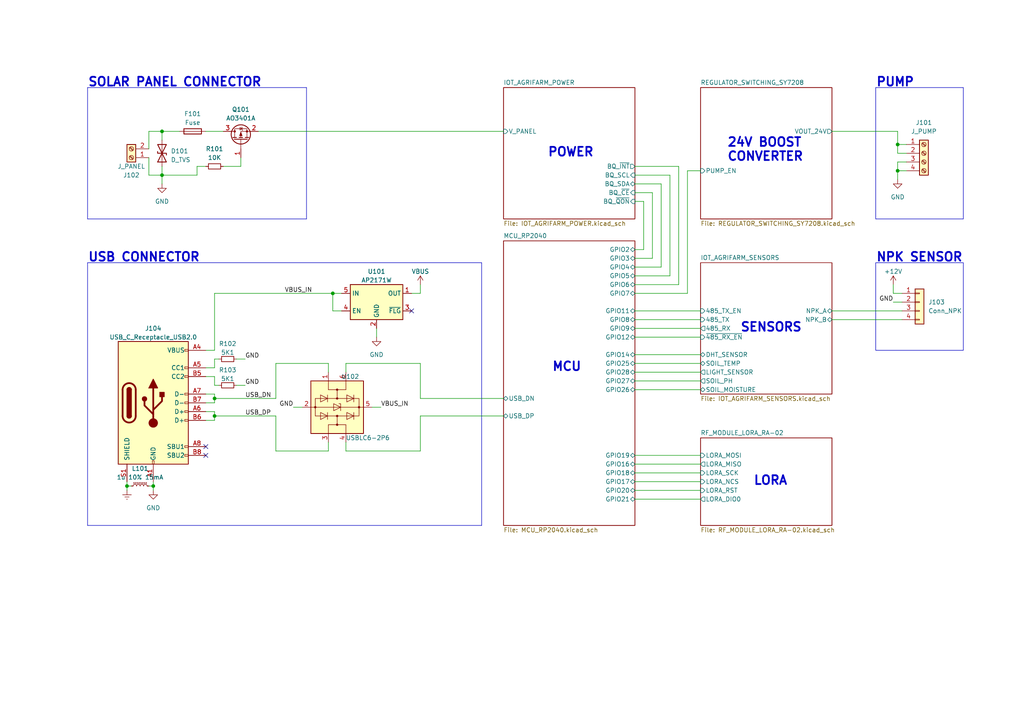
<source format=kicad_sch>
(kicad_sch (version 20230121) (generator eeschema)

  (uuid e886365f-2304-4290-beeb-1e373de9e66a)

  (paper "A4")

  (title_block
    (title "IoT_AgriFarm")
    (date "2023-07-06")
    (rev "2.0")
    (company "sudo-junkie")
  )

  (lib_symbols
    (symbol "Connector:Screw_Terminal_01x02" (pin_names (offset 1.016) hide) (in_bom yes) (on_board yes)
      (property "Reference" "J" (at 0 2.54 0)
        (effects (font (size 1.27 1.27)))
      )
      (property "Value" "Screw_Terminal_01x02" (at 0 -5.08 0)
        (effects (font (size 1.27 1.27)))
      )
      (property "Footprint" "" (at 0 0 0)
        (effects (font (size 1.27 1.27)) hide)
      )
      (property "Datasheet" "~" (at 0 0 0)
        (effects (font (size 1.27 1.27)) hide)
      )
      (property "ki_keywords" "screw terminal" (at 0 0 0)
        (effects (font (size 1.27 1.27)) hide)
      )
      (property "ki_description" "Generic screw terminal, single row, 01x02, script generated (kicad-library-utils/schlib/autogen/connector/)" (at 0 0 0)
        (effects (font (size 1.27 1.27)) hide)
      )
      (property "ki_fp_filters" "TerminalBlock*:*" (at 0 0 0)
        (effects (font (size 1.27 1.27)) hide)
      )
      (symbol "Screw_Terminal_01x02_1_1"
        (rectangle (start -1.27 1.27) (end 1.27 -3.81)
          (stroke (width 0.254) (type default))
          (fill (type background))
        )
        (circle (center 0 -2.54) (radius 0.635)
          (stroke (width 0.1524) (type default))
          (fill (type none))
        )
        (polyline
          (pts
            (xy -0.5334 -2.2098)
            (xy 0.3302 -3.048)
          )
          (stroke (width 0.1524) (type default))
          (fill (type none))
        )
        (polyline
          (pts
            (xy -0.5334 0.3302)
            (xy 0.3302 -0.508)
          )
          (stroke (width 0.1524) (type default))
          (fill (type none))
        )
        (polyline
          (pts
            (xy -0.3556 -2.032)
            (xy 0.508 -2.8702)
          )
          (stroke (width 0.1524) (type default))
          (fill (type none))
        )
        (polyline
          (pts
            (xy -0.3556 0.508)
            (xy 0.508 -0.3302)
          )
          (stroke (width 0.1524) (type default))
          (fill (type none))
        )
        (circle (center 0 0) (radius 0.635)
          (stroke (width 0.1524) (type default))
          (fill (type none))
        )
        (pin passive line (at -5.08 0 0) (length 3.81)
          (name "Pin_1" (effects (font (size 1.27 1.27))))
          (number "1" (effects (font (size 1.27 1.27))))
        )
        (pin passive line (at -5.08 -2.54 0) (length 3.81)
          (name "Pin_2" (effects (font (size 1.27 1.27))))
          (number "2" (effects (font (size 1.27 1.27))))
        )
      )
    )
    (symbol "Connector:Screw_Terminal_01x04" (pin_names (offset 1.016) hide) (in_bom yes) (on_board yes)
      (property "Reference" "J" (at 0 5.08 0)
        (effects (font (size 1.27 1.27)))
      )
      (property "Value" "Screw_Terminal_01x04" (at 0 -7.62 0)
        (effects (font (size 1.27 1.27)))
      )
      (property "Footprint" "" (at 0 0 0)
        (effects (font (size 1.27 1.27)) hide)
      )
      (property "Datasheet" "~" (at 0 0 0)
        (effects (font (size 1.27 1.27)) hide)
      )
      (property "ki_keywords" "screw terminal" (at 0 0 0)
        (effects (font (size 1.27 1.27)) hide)
      )
      (property "ki_description" "Generic screw terminal, single row, 01x04, script generated (kicad-library-utils/schlib/autogen/connector/)" (at 0 0 0)
        (effects (font (size 1.27 1.27)) hide)
      )
      (property "ki_fp_filters" "TerminalBlock*:*" (at 0 0 0)
        (effects (font (size 1.27 1.27)) hide)
      )
      (symbol "Screw_Terminal_01x04_1_1"
        (rectangle (start -1.27 3.81) (end 1.27 -6.35)
          (stroke (width 0.254) (type default))
          (fill (type background))
        )
        (circle (center 0 -5.08) (radius 0.635)
          (stroke (width 0.1524) (type default))
          (fill (type none))
        )
        (circle (center 0 -2.54) (radius 0.635)
          (stroke (width 0.1524) (type default))
          (fill (type none))
        )
        (polyline
          (pts
            (xy -0.5334 -4.7498)
            (xy 0.3302 -5.588)
          )
          (stroke (width 0.1524) (type default))
          (fill (type none))
        )
        (polyline
          (pts
            (xy -0.5334 -2.2098)
            (xy 0.3302 -3.048)
          )
          (stroke (width 0.1524) (type default))
          (fill (type none))
        )
        (polyline
          (pts
            (xy -0.5334 0.3302)
            (xy 0.3302 -0.508)
          )
          (stroke (width 0.1524) (type default))
          (fill (type none))
        )
        (polyline
          (pts
            (xy -0.5334 2.8702)
            (xy 0.3302 2.032)
          )
          (stroke (width 0.1524) (type default))
          (fill (type none))
        )
        (polyline
          (pts
            (xy -0.3556 -4.572)
            (xy 0.508 -5.4102)
          )
          (stroke (width 0.1524) (type default))
          (fill (type none))
        )
        (polyline
          (pts
            (xy -0.3556 -2.032)
            (xy 0.508 -2.8702)
          )
          (stroke (width 0.1524) (type default))
          (fill (type none))
        )
        (polyline
          (pts
            (xy -0.3556 0.508)
            (xy 0.508 -0.3302)
          )
          (stroke (width 0.1524) (type default))
          (fill (type none))
        )
        (polyline
          (pts
            (xy -0.3556 3.048)
            (xy 0.508 2.2098)
          )
          (stroke (width 0.1524) (type default))
          (fill (type none))
        )
        (circle (center 0 0) (radius 0.635)
          (stroke (width 0.1524) (type default))
          (fill (type none))
        )
        (circle (center 0 2.54) (radius 0.635)
          (stroke (width 0.1524) (type default))
          (fill (type none))
        )
        (pin passive line (at -5.08 2.54 0) (length 3.81)
          (name "Pin_1" (effects (font (size 1.27 1.27))))
          (number "1" (effects (font (size 1.27 1.27))))
        )
        (pin passive line (at -5.08 0 0) (length 3.81)
          (name "Pin_2" (effects (font (size 1.27 1.27))))
          (number "2" (effects (font (size 1.27 1.27))))
        )
        (pin passive line (at -5.08 -2.54 0) (length 3.81)
          (name "Pin_3" (effects (font (size 1.27 1.27))))
          (number "3" (effects (font (size 1.27 1.27))))
        )
        (pin passive line (at -5.08 -5.08 0) (length 3.81)
          (name "Pin_4" (effects (font (size 1.27 1.27))))
          (number "4" (effects (font (size 1.27 1.27))))
        )
      )
    )
    (symbol "Connector:USB_C_Receptacle_USB2.0" (pin_names (offset 1.016)) (in_bom yes) (on_board yes)
      (property "Reference" "J" (at -10.16 19.05 0)
        (effects (font (size 1.27 1.27)) (justify left))
      )
      (property "Value" "USB_C_Receptacle_USB2.0" (at 19.05 19.05 0)
        (effects (font (size 1.27 1.27)) (justify right))
      )
      (property "Footprint" "" (at 3.81 0 0)
        (effects (font (size 1.27 1.27)) hide)
      )
      (property "Datasheet" "https://www.usb.org/sites/default/files/documents/usb_type-c.zip" (at 3.81 0 0)
        (effects (font (size 1.27 1.27)) hide)
      )
      (property "ki_keywords" "usb universal serial bus type-C USB2.0" (at 0 0 0)
        (effects (font (size 1.27 1.27)) hide)
      )
      (property "ki_description" "USB 2.0-only Type-C Receptacle connector" (at 0 0 0)
        (effects (font (size 1.27 1.27)) hide)
      )
      (property "ki_fp_filters" "USB*C*Receptacle*" (at 0 0 0)
        (effects (font (size 1.27 1.27)) hide)
      )
      (symbol "USB_C_Receptacle_USB2.0_0_0"
        (rectangle (start -0.254 -17.78) (end 0.254 -16.764)
          (stroke (width 0) (type default))
          (fill (type none))
        )
        (rectangle (start 10.16 -14.986) (end 9.144 -15.494)
          (stroke (width 0) (type default))
          (fill (type none))
        )
        (rectangle (start 10.16 -12.446) (end 9.144 -12.954)
          (stroke (width 0) (type default))
          (fill (type none))
        )
        (rectangle (start 10.16 -4.826) (end 9.144 -5.334)
          (stroke (width 0) (type default))
          (fill (type none))
        )
        (rectangle (start 10.16 -2.286) (end 9.144 -2.794)
          (stroke (width 0) (type default))
          (fill (type none))
        )
        (rectangle (start 10.16 0.254) (end 9.144 -0.254)
          (stroke (width 0) (type default))
          (fill (type none))
        )
        (rectangle (start 10.16 2.794) (end 9.144 2.286)
          (stroke (width 0) (type default))
          (fill (type none))
        )
        (rectangle (start 10.16 7.874) (end 9.144 7.366)
          (stroke (width 0) (type default))
          (fill (type none))
        )
        (rectangle (start 10.16 10.414) (end 9.144 9.906)
          (stroke (width 0) (type default))
          (fill (type none))
        )
        (rectangle (start 10.16 15.494) (end 9.144 14.986)
          (stroke (width 0) (type default))
          (fill (type none))
        )
      )
      (symbol "USB_C_Receptacle_USB2.0_0_1"
        (rectangle (start -10.16 17.78) (end 10.16 -17.78)
          (stroke (width 0.254) (type default))
          (fill (type background))
        )
        (arc (start -8.89 -3.81) (mid -6.985 -5.7067) (end -5.08 -3.81)
          (stroke (width 0.508) (type default))
          (fill (type none))
        )
        (arc (start -7.62 -3.81) (mid -6.985 -4.4423) (end -6.35 -3.81)
          (stroke (width 0.254) (type default))
          (fill (type none))
        )
        (arc (start -7.62 -3.81) (mid -6.985 -4.4423) (end -6.35 -3.81)
          (stroke (width 0.254) (type default))
          (fill (type outline))
        )
        (rectangle (start -7.62 -3.81) (end -6.35 3.81)
          (stroke (width 0.254) (type default))
          (fill (type outline))
        )
        (arc (start -6.35 3.81) (mid -6.985 4.4423) (end -7.62 3.81)
          (stroke (width 0.254) (type default))
          (fill (type none))
        )
        (arc (start -6.35 3.81) (mid -6.985 4.4423) (end -7.62 3.81)
          (stroke (width 0.254) (type default))
          (fill (type outline))
        )
        (arc (start -5.08 3.81) (mid -6.985 5.7067) (end -8.89 3.81)
          (stroke (width 0.508) (type default))
          (fill (type none))
        )
        (circle (center -2.54 1.143) (radius 0.635)
          (stroke (width 0.254) (type default))
          (fill (type outline))
        )
        (circle (center 0 -5.842) (radius 1.27)
          (stroke (width 0) (type default))
          (fill (type outline))
        )
        (polyline
          (pts
            (xy -8.89 -3.81)
            (xy -8.89 3.81)
          )
          (stroke (width 0.508) (type default))
          (fill (type none))
        )
        (polyline
          (pts
            (xy -5.08 3.81)
            (xy -5.08 -3.81)
          )
          (stroke (width 0.508) (type default))
          (fill (type none))
        )
        (polyline
          (pts
            (xy 0 -5.842)
            (xy 0 4.318)
          )
          (stroke (width 0.508) (type default))
          (fill (type none))
        )
        (polyline
          (pts
            (xy 0 -3.302)
            (xy -2.54 -0.762)
            (xy -2.54 0.508)
          )
          (stroke (width 0.508) (type default))
          (fill (type none))
        )
        (polyline
          (pts
            (xy 0 -2.032)
            (xy 2.54 0.508)
            (xy 2.54 1.778)
          )
          (stroke (width 0.508) (type default))
          (fill (type none))
        )
        (polyline
          (pts
            (xy -1.27 4.318)
            (xy 0 6.858)
            (xy 1.27 4.318)
            (xy -1.27 4.318)
          )
          (stroke (width 0.254) (type default))
          (fill (type outline))
        )
        (rectangle (start 1.905 1.778) (end 3.175 3.048)
          (stroke (width 0.254) (type default))
          (fill (type outline))
        )
      )
      (symbol "USB_C_Receptacle_USB2.0_1_1"
        (pin passive line (at 0 -22.86 90) (length 5.08)
          (name "GND" (effects (font (size 1.27 1.27))))
          (number "A1" (effects (font (size 1.27 1.27))))
        )
        (pin passive line (at 0 -22.86 90) (length 5.08) hide
          (name "GND" (effects (font (size 1.27 1.27))))
          (number "A12" (effects (font (size 1.27 1.27))))
        )
        (pin passive line (at 15.24 15.24 180) (length 5.08)
          (name "VBUS" (effects (font (size 1.27 1.27))))
          (number "A4" (effects (font (size 1.27 1.27))))
        )
        (pin bidirectional line (at 15.24 10.16 180) (length 5.08)
          (name "CC1" (effects (font (size 1.27 1.27))))
          (number "A5" (effects (font (size 1.27 1.27))))
        )
        (pin bidirectional line (at 15.24 -2.54 180) (length 5.08)
          (name "D+" (effects (font (size 1.27 1.27))))
          (number "A6" (effects (font (size 1.27 1.27))))
        )
        (pin bidirectional line (at 15.24 2.54 180) (length 5.08)
          (name "D-" (effects (font (size 1.27 1.27))))
          (number "A7" (effects (font (size 1.27 1.27))))
        )
        (pin bidirectional line (at 15.24 -12.7 180) (length 5.08)
          (name "SBU1" (effects (font (size 1.27 1.27))))
          (number "A8" (effects (font (size 1.27 1.27))))
        )
        (pin passive line (at 15.24 15.24 180) (length 5.08) hide
          (name "VBUS" (effects (font (size 1.27 1.27))))
          (number "A9" (effects (font (size 1.27 1.27))))
        )
        (pin passive line (at 0 -22.86 90) (length 5.08) hide
          (name "GND" (effects (font (size 1.27 1.27))))
          (number "B1" (effects (font (size 1.27 1.27))))
        )
        (pin passive line (at 0 -22.86 90) (length 5.08) hide
          (name "GND" (effects (font (size 1.27 1.27))))
          (number "B12" (effects (font (size 1.27 1.27))))
        )
        (pin passive line (at 15.24 15.24 180) (length 5.08) hide
          (name "VBUS" (effects (font (size 1.27 1.27))))
          (number "B4" (effects (font (size 1.27 1.27))))
        )
        (pin bidirectional line (at 15.24 7.62 180) (length 5.08)
          (name "CC2" (effects (font (size 1.27 1.27))))
          (number "B5" (effects (font (size 1.27 1.27))))
        )
        (pin bidirectional line (at 15.24 -5.08 180) (length 5.08)
          (name "D+" (effects (font (size 1.27 1.27))))
          (number "B6" (effects (font (size 1.27 1.27))))
        )
        (pin bidirectional line (at 15.24 0 180) (length 5.08)
          (name "D-" (effects (font (size 1.27 1.27))))
          (number "B7" (effects (font (size 1.27 1.27))))
        )
        (pin bidirectional line (at 15.24 -15.24 180) (length 5.08)
          (name "SBU2" (effects (font (size 1.27 1.27))))
          (number "B8" (effects (font (size 1.27 1.27))))
        )
        (pin passive line (at 15.24 15.24 180) (length 5.08) hide
          (name "VBUS" (effects (font (size 1.27 1.27))))
          (number "B9" (effects (font (size 1.27 1.27))))
        )
        (pin passive line (at -7.62 -22.86 90) (length 5.08)
          (name "SHIELD" (effects (font (size 1.27 1.27))))
          (number "S1" (effects (font (size 1.27 1.27))))
        )
      )
    )
    (symbol "Connector_Generic:Conn_01x04" (pin_names (offset 1.016) hide) (in_bom yes) (on_board yes)
      (property "Reference" "J" (at 0 5.08 0)
        (effects (font (size 1.27 1.27)))
      )
      (property "Value" "Conn_01x04" (at 0 -7.62 0)
        (effects (font (size 1.27 1.27)))
      )
      (property "Footprint" "" (at 0 0 0)
        (effects (font (size 1.27 1.27)) hide)
      )
      (property "Datasheet" "~" (at 0 0 0)
        (effects (font (size 1.27 1.27)) hide)
      )
      (property "ki_keywords" "connector" (at 0 0 0)
        (effects (font (size 1.27 1.27)) hide)
      )
      (property "ki_description" "Generic connector, single row, 01x04, script generated (kicad-library-utils/schlib/autogen/connector/)" (at 0 0 0)
        (effects (font (size 1.27 1.27)) hide)
      )
      (property "ki_fp_filters" "Connector*:*_1x??_*" (at 0 0 0)
        (effects (font (size 1.27 1.27)) hide)
      )
      (symbol "Conn_01x04_1_1"
        (rectangle (start -1.27 -4.953) (end 0 -5.207)
          (stroke (width 0.1524) (type default))
          (fill (type none))
        )
        (rectangle (start -1.27 -2.413) (end 0 -2.667)
          (stroke (width 0.1524) (type default))
          (fill (type none))
        )
        (rectangle (start -1.27 0.127) (end 0 -0.127)
          (stroke (width 0.1524) (type default))
          (fill (type none))
        )
        (rectangle (start -1.27 2.667) (end 0 2.413)
          (stroke (width 0.1524) (type default))
          (fill (type none))
        )
        (rectangle (start -1.27 3.81) (end 1.27 -6.35)
          (stroke (width 0.254) (type default))
          (fill (type background))
        )
        (pin passive line (at -5.08 2.54 0) (length 3.81)
          (name "Pin_1" (effects (font (size 1.27 1.27))))
          (number "1" (effects (font (size 1.27 1.27))))
        )
        (pin passive line (at -5.08 0 0) (length 3.81)
          (name "Pin_2" (effects (font (size 1.27 1.27))))
          (number "2" (effects (font (size 1.27 1.27))))
        )
        (pin passive line (at -5.08 -2.54 0) (length 3.81)
          (name "Pin_3" (effects (font (size 1.27 1.27))))
          (number "3" (effects (font (size 1.27 1.27))))
        )
        (pin passive line (at -5.08 -5.08 0) (length 3.81)
          (name "Pin_4" (effects (font (size 1.27 1.27))))
          (number "4" (effects (font (size 1.27 1.27))))
        )
      )
    )
    (symbol "Device:D_TVS" (pin_numbers hide) (pin_names (offset 1.016) hide) (in_bom yes) (on_board yes)
      (property "Reference" "D" (at 0 2.54 0)
        (effects (font (size 1.27 1.27)))
      )
      (property "Value" "D_TVS" (at 0 -2.54 0)
        (effects (font (size 1.27 1.27)))
      )
      (property "Footprint" "" (at 0 0 0)
        (effects (font (size 1.27 1.27)) hide)
      )
      (property "Datasheet" "~" (at 0 0 0)
        (effects (font (size 1.27 1.27)) hide)
      )
      (property "ki_keywords" "diode TVS thyrector" (at 0 0 0)
        (effects (font (size 1.27 1.27)) hide)
      )
      (property "ki_description" "Bidirectional transient-voltage-suppression diode" (at 0 0 0)
        (effects (font (size 1.27 1.27)) hide)
      )
      (property "ki_fp_filters" "TO-???* *_Diode_* *SingleDiode* D_*" (at 0 0 0)
        (effects (font (size 1.27 1.27)) hide)
      )
      (symbol "D_TVS_0_1"
        (polyline
          (pts
            (xy 1.27 0)
            (xy -1.27 0)
          )
          (stroke (width 0) (type default))
          (fill (type none))
        )
        (polyline
          (pts
            (xy 0.508 1.27)
            (xy 0 1.27)
            (xy 0 -1.27)
            (xy -0.508 -1.27)
          )
          (stroke (width 0.254) (type default))
          (fill (type none))
        )
        (polyline
          (pts
            (xy -2.54 1.27)
            (xy -2.54 -1.27)
            (xy 2.54 1.27)
            (xy 2.54 -1.27)
            (xy -2.54 1.27)
          )
          (stroke (width 0.254) (type default))
          (fill (type none))
        )
      )
      (symbol "D_TVS_1_1"
        (pin passive line (at -3.81 0 0) (length 2.54)
          (name "A1" (effects (font (size 1.27 1.27))))
          (number "1" (effects (font (size 1.27 1.27))))
        )
        (pin passive line (at 3.81 0 180) (length 2.54)
          (name "A2" (effects (font (size 1.27 1.27))))
          (number "2" (effects (font (size 1.27 1.27))))
        )
      )
    )
    (symbol "Device:Fuse" (pin_numbers hide) (pin_names (offset 0)) (in_bom yes) (on_board yes)
      (property "Reference" "F" (at 2.032 0 90)
        (effects (font (size 1.27 1.27)))
      )
      (property "Value" "Fuse" (at -1.905 0 90)
        (effects (font (size 1.27 1.27)))
      )
      (property "Footprint" "" (at -1.778 0 90)
        (effects (font (size 1.27 1.27)) hide)
      )
      (property "Datasheet" "~" (at 0 0 0)
        (effects (font (size 1.27 1.27)) hide)
      )
      (property "ki_keywords" "fuse" (at 0 0 0)
        (effects (font (size 1.27 1.27)) hide)
      )
      (property "ki_description" "Fuse" (at 0 0 0)
        (effects (font (size 1.27 1.27)) hide)
      )
      (property "ki_fp_filters" "*Fuse*" (at 0 0 0)
        (effects (font (size 1.27 1.27)) hide)
      )
      (symbol "Fuse_0_1"
        (rectangle (start -0.762 -2.54) (end 0.762 2.54)
          (stroke (width 0.254) (type default))
          (fill (type none))
        )
        (polyline
          (pts
            (xy 0 2.54)
            (xy 0 -2.54)
          )
          (stroke (width 0) (type default))
          (fill (type none))
        )
      )
      (symbol "Fuse_1_1"
        (pin passive line (at 0 3.81 270) (length 1.27)
          (name "~" (effects (font (size 1.27 1.27))))
          (number "1" (effects (font (size 1.27 1.27))))
        )
        (pin passive line (at 0 -3.81 90) (length 1.27)
          (name "~" (effects (font (size 1.27 1.27))))
          (number "2" (effects (font (size 1.27 1.27))))
        )
      )
    )
    (symbol "Device:L_Ferrite_Small" (pin_numbers hide) (pin_names (offset 0.254) hide) (in_bom yes) (on_board yes)
      (property "Reference" "L" (at 1.27 1.016 0)
        (effects (font (size 1.27 1.27)) (justify left))
      )
      (property "Value" "L_Ferrite_Small" (at 1.27 -1.27 0)
        (effects (font (size 1.27 1.27)) (justify left))
      )
      (property "Footprint" "" (at 0 0 0)
        (effects (font (size 1.27 1.27)) hide)
      )
      (property "Datasheet" "~" (at 0 0 0)
        (effects (font (size 1.27 1.27)) hide)
      )
      (property "ki_keywords" "inductor choke coil reactor magnetic" (at 0 0 0)
        (effects (font (size 1.27 1.27)) hide)
      )
      (property "ki_description" "Inductor with ferrite core, small symbol" (at 0 0 0)
        (effects (font (size 1.27 1.27)) hide)
      )
      (property "ki_fp_filters" "Choke_* *Coil* Inductor_* L_*" (at 0 0 0)
        (effects (font (size 1.27 1.27)) hide)
      )
      (symbol "L_Ferrite_Small_0_1"
        (arc (start 0 -2.032) (mid 0.5058 -1.524) (end 0 -1.016)
          (stroke (width 0) (type default))
          (fill (type none))
        )
        (arc (start 0 -1.016) (mid 0.5058 -0.508) (end 0 0)
          (stroke (width 0) (type default))
          (fill (type none))
        )
        (polyline
          (pts
            (xy 0.762 -1.905)
            (xy 0.762 -1.651)
          )
          (stroke (width 0) (type default))
          (fill (type none))
        )
        (polyline
          (pts
            (xy 0.762 -1.397)
            (xy 0.762 -1.143)
          )
          (stroke (width 0) (type default))
          (fill (type none))
        )
        (polyline
          (pts
            (xy 0.762 -0.889)
            (xy 0.762 -0.635)
          )
          (stroke (width 0) (type default))
          (fill (type none))
        )
        (polyline
          (pts
            (xy 0.762 -0.381)
            (xy 0.762 -0.127)
          )
          (stroke (width 0) (type default))
          (fill (type none))
        )
        (polyline
          (pts
            (xy 0.762 0.127)
            (xy 0.762 0.381)
          )
          (stroke (width 0) (type default))
          (fill (type none))
        )
        (polyline
          (pts
            (xy 0.762 0.635)
            (xy 0.762 0.889)
          )
          (stroke (width 0) (type default))
          (fill (type none))
        )
        (polyline
          (pts
            (xy 0.762 1.143)
            (xy 0.762 1.397)
          )
          (stroke (width 0) (type default))
          (fill (type none))
        )
        (polyline
          (pts
            (xy 0.762 1.651)
            (xy 0.762 1.905)
          )
          (stroke (width 0) (type default))
          (fill (type none))
        )
        (polyline
          (pts
            (xy 1.016 -1.651)
            (xy 1.016 -1.905)
          )
          (stroke (width 0) (type default))
          (fill (type none))
        )
        (polyline
          (pts
            (xy 1.016 -1.143)
            (xy 1.016 -1.397)
          )
          (stroke (width 0) (type default))
          (fill (type none))
        )
        (polyline
          (pts
            (xy 1.016 -0.635)
            (xy 1.016 -0.889)
          )
          (stroke (width 0) (type default))
          (fill (type none))
        )
        (polyline
          (pts
            (xy 1.016 -0.127)
            (xy 1.016 -0.381)
          )
          (stroke (width 0) (type default))
          (fill (type none))
        )
        (polyline
          (pts
            (xy 1.016 0.381)
            (xy 1.016 0.127)
          )
          (stroke (width 0) (type default))
          (fill (type none))
        )
        (polyline
          (pts
            (xy 1.016 0.889)
            (xy 1.016 0.635)
          )
          (stroke (width 0) (type default))
          (fill (type none))
        )
        (polyline
          (pts
            (xy 1.016 1.397)
            (xy 1.016 1.143)
          )
          (stroke (width 0) (type default))
          (fill (type none))
        )
        (polyline
          (pts
            (xy 1.016 1.905)
            (xy 1.016 1.651)
          )
          (stroke (width 0) (type default))
          (fill (type none))
        )
        (arc (start 0 0) (mid 0.5058 0.508) (end 0 1.016)
          (stroke (width 0) (type default))
          (fill (type none))
        )
        (arc (start 0 1.016) (mid 0.5058 1.524) (end 0 2.032)
          (stroke (width 0) (type default))
          (fill (type none))
        )
      )
      (symbol "L_Ferrite_Small_1_1"
        (pin passive line (at 0 2.54 270) (length 0.508)
          (name "~" (effects (font (size 1.27 1.27))))
          (number "1" (effects (font (size 1.27 1.27))))
        )
        (pin passive line (at 0 -2.54 90) (length 0.508)
          (name "~" (effects (font (size 1.27 1.27))))
          (number "2" (effects (font (size 1.27 1.27))))
        )
      )
    )
    (symbol "Device:R_Small" (pin_numbers hide) (pin_names (offset 0.254) hide) (in_bom yes) (on_board yes)
      (property "Reference" "R" (at 0.762 0.508 0)
        (effects (font (size 1.27 1.27)) (justify left))
      )
      (property "Value" "R_Small" (at 0.762 -1.016 0)
        (effects (font (size 1.27 1.27)) (justify left))
      )
      (property "Footprint" "" (at 0 0 0)
        (effects (font (size 1.27 1.27)) hide)
      )
      (property "Datasheet" "~" (at 0 0 0)
        (effects (font (size 1.27 1.27)) hide)
      )
      (property "ki_keywords" "R resistor" (at 0 0 0)
        (effects (font (size 1.27 1.27)) hide)
      )
      (property "ki_description" "Resistor, small symbol" (at 0 0 0)
        (effects (font (size 1.27 1.27)) hide)
      )
      (property "ki_fp_filters" "R_*" (at 0 0 0)
        (effects (font (size 1.27 1.27)) hide)
      )
      (symbol "R_Small_0_1"
        (rectangle (start -0.762 1.778) (end 0.762 -1.778)
          (stroke (width 0.2032) (type default))
          (fill (type none))
        )
      )
      (symbol "R_Small_1_1"
        (pin passive line (at 0 2.54 270) (length 0.762)
          (name "~" (effects (font (size 1.27 1.27))))
          (number "1" (effects (font (size 1.27 1.27))))
        )
        (pin passive line (at 0 -2.54 90) (length 0.762)
          (name "~" (effects (font (size 1.27 1.27))))
          (number "2" (effects (font (size 1.27 1.27))))
        )
      )
    )
    (symbol "Power_Management:AP2171W" (in_bom yes) (on_board yes)
      (property "Reference" "U" (at -7.62 -6.35 0)
        (effects (font (size 1.27 1.27)) (justify left))
      )
      (property "Value" "AP2171W" (at -7.62 6.35 0)
        (effects (font (size 1.27 1.27)) (justify left))
      )
      (property "Footprint" "Package_TO_SOT_SMD:SOT-23-5" (at 0 -10.16 0)
        (effects (font (size 1.27 1.27)) hide)
      )
      (property "Datasheet" "https://www.diodes.com/assets/Datasheets/AP2161.pdf" (at 0 1.27 0)
        (effects (font (size 1.27 1.27)) hide)
      )
      (property "ki_keywords" "Limit USB Active High" (at 0 0 0)
        (effects (font (size 1.27 1.27)) hide)
      )
      (property "ki_description" "Current limited power switch, single channel, SOT-23-5" (at 0 0 0)
        (effects (font (size 1.27 1.27)) hide)
      )
      (property "ki_fp_filters" "SOT?23*" (at 0 0 0)
        (effects (font (size 1.27 1.27)) hide)
      )
      (symbol "AP2171W_0_1"
        (rectangle (start -7.62 5.08) (end 7.62 -5.08)
          (stroke (width 0.254) (type default))
          (fill (type background))
        )
      )
      (symbol "AP2171W_1_1"
        (pin power_out line (at 10.16 2.54 180) (length 2.54)
          (name "OUT" (effects (font (size 1.27 1.27))))
          (number "1" (effects (font (size 1.27 1.27))))
        )
        (pin power_in line (at 0 -7.62 90) (length 2.54)
          (name "GND" (effects (font (size 1.27 1.27))))
          (number "2" (effects (font (size 1.27 1.27))))
        )
        (pin open_collector line (at 10.16 -2.54 180) (length 2.54)
          (name "~{FLG}" (effects (font (size 1.27 1.27))))
          (number "3" (effects (font (size 1.27 1.27))))
        )
        (pin input line (at -10.16 -2.54 0) (length 2.54)
          (name "EN" (effects (font (size 1.27 1.27))))
          (number "4" (effects (font (size 1.27 1.27))))
        )
        (pin power_in line (at -10.16 2.54 0) (length 2.54)
          (name "IN" (effects (font (size 1.27 1.27))))
          (number "5" (effects (font (size 1.27 1.27))))
        )
      )
    )
    (symbol "Power_Protection:USBLC6-2P6" (pin_names hide) (in_bom yes) (on_board yes)
      (property "Reference" "U" (at 2.54 8.89 0)
        (effects (font (size 1.27 1.27)) (justify left))
      )
      (property "Value" "USBLC6-2P6" (at 2.54 -8.89 0)
        (effects (font (size 1.27 1.27)) (justify left))
      )
      (property "Footprint" "Package_TO_SOT_SMD:SOT-666" (at 0 -12.7 0)
        (effects (font (size 1.27 1.27)) hide)
      )
      (property "Datasheet" "https://www.st.com/resource/en/datasheet/usblc6-2.pdf" (at 5.08 8.89 0)
        (effects (font (size 1.27 1.27)) hide)
      )
      (property "ki_keywords" "usb ethernet video" (at 0 0 0)
        (effects (font (size 1.27 1.27)) hide)
      )
      (property "ki_description" "Very low capacitance ESD protection diode, 2 data-line, SOT-666" (at 0 0 0)
        (effects (font (size 1.27 1.27)) hide)
      )
      (property "ki_fp_filters" "SOT?666*" (at 0 0 0)
        (effects (font (size 1.27 1.27)) hide)
      )
      (symbol "USBLC6-2P6_0_1"
        (rectangle (start -7.62 -7.62) (end 7.62 7.62)
          (stroke (width 0.254) (type default))
          (fill (type background))
        )
        (circle (center -5.08 0) (radius 0.254)
          (stroke (width 0) (type default))
          (fill (type outline))
        )
        (circle (center -2.54 0) (radius 0.254)
          (stroke (width 0) (type default))
          (fill (type outline))
        )
        (rectangle (start -2.54 6.35) (end 2.54 -6.35)
          (stroke (width 0) (type default))
          (fill (type none))
        )
        (circle (center 0 -6.35) (radius 0.254)
          (stroke (width 0) (type default))
          (fill (type outline))
        )
        (polyline
          (pts
            (xy -5.08 -2.54)
            (xy -7.62 -2.54)
          )
          (stroke (width 0) (type default))
          (fill (type none))
        )
        (polyline
          (pts
            (xy -5.08 0)
            (xy -5.08 -2.54)
          )
          (stroke (width 0) (type default))
          (fill (type none))
        )
        (polyline
          (pts
            (xy -5.08 2.54)
            (xy -7.62 2.54)
          )
          (stroke (width 0) (type default))
          (fill (type none))
        )
        (polyline
          (pts
            (xy -1.524 -2.794)
            (xy -3.556 -2.794)
          )
          (stroke (width 0) (type default))
          (fill (type none))
        )
        (polyline
          (pts
            (xy -1.524 4.826)
            (xy -3.556 4.826)
          )
          (stroke (width 0) (type default))
          (fill (type none))
        )
        (polyline
          (pts
            (xy 0 -7.62)
            (xy 0 -6.35)
          )
          (stroke (width 0) (type default))
          (fill (type none))
        )
        (polyline
          (pts
            (xy 0 -6.35)
            (xy 0 1.27)
          )
          (stroke (width 0) (type default))
          (fill (type none))
        )
        (polyline
          (pts
            (xy 0 1.27)
            (xy 0 6.35)
          )
          (stroke (width 0) (type default))
          (fill (type none))
        )
        (polyline
          (pts
            (xy 0 6.35)
            (xy 0 7.62)
          )
          (stroke (width 0) (type default))
          (fill (type none))
        )
        (polyline
          (pts
            (xy 1.524 -2.794)
            (xy 3.556 -2.794)
          )
          (stroke (width 0) (type default))
          (fill (type none))
        )
        (polyline
          (pts
            (xy 1.524 4.826)
            (xy 3.556 4.826)
          )
          (stroke (width 0) (type default))
          (fill (type none))
        )
        (polyline
          (pts
            (xy 5.08 -2.54)
            (xy 7.62 -2.54)
          )
          (stroke (width 0) (type default))
          (fill (type none))
        )
        (polyline
          (pts
            (xy 5.08 0)
            (xy 5.08 -2.54)
          )
          (stroke (width 0) (type default))
          (fill (type none))
        )
        (polyline
          (pts
            (xy 5.08 2.54)
            (xy 7.62 2.54)
          )
          (stroke (width 0) (type default))
          (fill (type none))
        )
        (polyline
          (pts
            (xy -2.54 0)
            (xy -5.08 0)
            (xy -5.08 2.54)
          )
          (stroke (width 0) (type default))
          (fill (type none))
        )
        (polyline
          (pts
            (xy 2.54 0)
            (xy 5.08 0)
            (xy 5.08 2.54)
          )
          (stroke (width 0) (type default))
          (fill (type none))
        )
        (polyline
          (pts
            (xy -3.556 -4.826)
            (xy -1.524 -4.826)
            (xy -2.54 -2.794)
            (xy -3.556 -4.826)
          )
          (stroke (width 0) (type default))
          (fill (type none))
        )
        (polyline
          (pts
            (xy -3.556 2.794)
            (xy -1.524 2.794)
            (xy -2.54 4.826)
            (xy -3.556 2.794)
          )
          (stroke (width 0) (type default))
          (fill (type none))
        )
        (polyline
          (pts
            (xy -1.016 -1.016)
            (xy 1.016 -1.016)
            (xy 0 1.016)
            (xy -1.016 -1.016)
          )
          (stroke (width 0) (type default))
          (fill (type none))
        )
        (polyline
          (pts
            (xy 1.016 1.016)
            (xy 0.762 1.016)
            (xy -1.016 1.016)
            (xy -1.016 0.508)
          )
          (stroke (width 0) (type default))
          (fill (type none))
        )
        (polyline
          (pts
            (xy 3.556 -4.826)
            (xy 1.524 -4.826)
            (xy 2.54 -2.794)
            (xy 3.556 -4.826)
          )
          (stroke (width 0) (type default))
          (fill (type none))
        )
        (polyline
          (pts
            (xy 3.556 2.794)
            (xy 1.524 2.794)
            (xy 2.54 4.826)
            (xy 3.556 2.794)
          )
          (stroke (width 0) (type default))
          (fill (type none))
        )
        (circle (center 0 6.35) (radius 0.254)
          (stroke (width 0) (type default))
          (fill (type outline))
        )
        (circle (center 2.54 0) (radius 0.254)
          (stroke (width 0) (type default))
          (fill (type outline))
        )
        (circle (center 5.08 0) (radius 0.254)
          (stroke (width 0) (type default))
          (fill (type outline))
        )
      )
      (symbol "USBLC6-2P6_1_1"
        (pin passive line (at -10.16 -2.54 0) (length 2.54)
          (name "I/O1" (effects (font (size 1.27 1.27))))
          (number "1" (effects (font (size 1.27 1.27))))
        )
        (pin passive line (at 0 -10.16 90) (length 2.54)
          (name "GND" (effects (font (size 1.27 1.27))))
          (number "2" (effects (font (size 1.27 1.27))))
        )
        (pin passive line (at 10.16 -2.54 180) (length 2.54)
          (name "I/O2" (effects (font (size 1.27 1.27))))
          (number "3" (effects (font (size 1.27 1.27))))
        )
        (pin passive line (at 10.16 2.54 180) (length 2.54)
          (name "I/O2" (effects (font (size 1.27 1.27))))
          (number "4" (effects (font (size 1.27 1.27))))
        )
        (pin passive line (at 0 10.16 270) (length 2.54)
          (name "VBUS" (effects (font (size 1.27 1.27))))
          (number "5" (effects (font (size 1.27 1.27))))
        )
        (pin passive line (at -10.16 2.54 0) (length 2.54)
          (name "I/O1" (effects (font (size 1.27 1.27))))
          (number "6" (effects (font (size 1.27 1.27))))
        )
      )
    )
    (symbol "Transistor_FET:AO3401A" (pin_names hide) (in_bom yes) (on_board yes)
      (property "Reference" "Q" (at 5.08 1.905 0)
        (effects (font (size 1.27 1.27)) (justify left))
      )
      (property "Value" "AO3401A" (at 5.08 0 0)
        (effects (font (size 1.27 1.27)) (justify left))
      )
      (property "Footprint" "Package_TO_SOT_SMD:SOT-23" (at 5.08 -1.905 0)
        (effects (font (size 1.27 1.27) italic) (justify left) hide)
      )
      (property "Datasheet" "http://www.aosmd.com/pdfs/datasheet/AO3401A.pdf" (at 0 0 0)
        (effects (font (size 1.27 1.27)) (justify left) hide)
      )
      (property "ki_keywords" "P-Channel MOSFET" (at 0 0 0)
        (effects (font (size 1.27 1.27)) hide)
      )
      (property "ki_description" "-4.0A Id, -30V Vds, P-Channel MOSFET, SOT-23" (at 0 0 0)
        (effects (font (size 1.27 1.27)) hide)
      )
      (property "ki_fp_filters" "SOT?23*" (at 0 0 0)
        (effects (font (size 1.27 1.27)) hide)
      )
      (symbol "AO3401A_0_1"
        (polyline
          (pts
            (xy 0.254 0)
            (xy -2.54 0)
          )
          (stroke (width 0) (type default))
          (fill (type none))
        )
        (polyline
          (pts
            (xy 0.254 1.905)
            (xy 0.254 -1.905)
          )
          (stroke (width 0.254) (type default))
          (fill (type none))
        )
        (polyline
          (pts
            (xy 0.762 -1.27)
            (xy 0.762 -2.286)
          )
          (stroke (width 0.254) (type default))
          (fill (type none))
        )
        (polyline
          (pts
            (xy 0.762 0.508)
            (xy 0.762 -0.508)
          )
          (stroke (width 0.254) (type default))
          (fill (type none))
        )
        (polyline
          (pts
            (xy 0.762 2.286)
            (xy 0.762 1.27)
          )
          (stroke (width 0.254) (type default))
          (fill (type none))
        )
        (polyline
          (pts
            (xy 2.54 2.54)
            (xy 2.54 1.778)
          )
          (stroke (width 0) (type default))
          (fill (type none))
        )
        (polyline
          (pts
            (xy 2.54 -2.54)
            (xy 2.54 0)
            (xy 0.762 0)
          )
          (stroke (width 0) (type default))
          (fill (type none))
        )
        (polyline
          (pts
            (xy 0.762 1.778)
            (xy 3.302 1.778)
            (xy 3.302 -1.778)
            (xy 0.762 -1.778)
          )
          (stroke (width 0) (type default))
          (fill (type none))
        )
        (polyline
          (pts
            (xy 2.286 0)
            (xy 1.27 0.381)
            (xy 1.27 -0.381)
            (xy 2.286 0)
          )
          (stroke (width 0) (type default))
          (fill (type outline))
        )
        (polyline
          (pts
            (xy 2.794 -0.508)
            (xy 2.921 -0.381)
            (xy 3.683 -0.381)
            (xy 3.81 -0.254)
          )
          (stroke (width 0) (type default))
          (fill (type none))
        )
        (polyline
          (pts
            (xy 3.302 -0.381)
            (xy 2.921 0.254)
            (xy 3.683 0.254)
            (xy 3.302 -0.381)
          )
          (stroke (width 0) (type default))
          (fill (type none))
        )
        (circle (center 1.651 0) (radius 2.794)
          (stroke (width 0.254) (type default))
          (fill (type none))
        )
        (circle (center 2.54 -1.778) (radius 0.254)
          (stroke (width 0) (type default))
          (fill (type outline))
        )
        (circle (center 2.54 1.778) (radius 0.254)
          (stroke (width 0) (type default))
          (fill (type outline))
        )
      )
      (symbol "AO3401A_1_1"
        (pin input line (at -5.08 0 0) (length 2.54)
          (name "G" (effects (font (size 1.27 1.27))))
          (number "1" (effects (font (size 1.27 1.27))))
        )
        (pin passive line (at 2.54 -5.08 90) (length 2.54)
          (name "S" (effects (font (size 1.27 1.27))))
          (number "2" (effects (font (size 1.27 1.27))))
        )
        (pin passive line (at 2.54 5.08 270) (length 2.54)
          (name "D" (effects (font (size 1.27 1.27))))
          (number "3" (effects (font (size 1.27 1.27))))
        )
      )
    )
    (symbol "power:+12V" (power) (pin_names (offset 0)) (in_bom yes) (on_board yes)
      (property "Reference" "#PWR" (at 0 -3.81 0)
        (effects (font (size 1.27 1.27)) hide)
      )
      (property "Value" "+12V" (at 0 3.556 0)
        (effects (font (size 1.27 1.27)))
      )
      (property "Footprint" "" (at 0 0 0)
        (effects (font (size 1.27 1.27)) hide)
      )
      (property "Datasheet" "" (at 0 0 0)
        (effects (font (size 1.27 1.27)) hide)
      )
      (property "ki_keywords" "global power" (at 0 0 0)
        (effects (font (size 1.27 1.27)) hide)
      )
      (property "ki_description" "Power symbol creates a global label with name \"+12V\"" (at 0 0 0)
        (effects (font (size 1.27 1.27)) hide)
      )
      (symbol "+12V_0_1"
        (polyline
          (pts
            (xy -0.762 1.27)
            (xy 0 2.54)
          )
          (stroke (width 0) (type default))
          (fill (type none))
        )
        (polyline
          (pts
            (xy 0 0)
            (xy 0 2.54)
          )
          (stroke (width 0) (type default))
          (fill (type none))
        )
        (polyline
          (pts
            (xy 0 2.54)
            (xy 0.762 1.27)
          )
          (stroke (width 0) (type default))
          (fill (type none))
        )
      )
      (symbol "+12V_1_1"
        (pin power_in line (at 0 0 90) (length 0) hide
          (name "+12V" (effects (font (size 1.27 1.27))))
          (number "1" (effects (font (size 1.27 1.27))))
        )
      )
    )
    (symbol "power:Earth" (power) (pin_names (offset 0)) (in_bom yes) (on_board yes)
      (property "Reference" "#PWR" (at 0 -6.35 0)
        (effects (font (size 1.27 1.27)) hide)
      )
      (property "Value" "Earth" (at 0 -3.81 0)
        (effects (font (size 1.27 1.27)) hide)
      )
      (property "Footprint" "" (at 0 0 0)
        (effects (font (size 1.27 1.27)) hide)
      )
      (property "Datasheet" "~" (at 0 0 0)
        (effects (font (size 1.27 1.27)) hide)
      )
      (property "ki_keywords" "global ground gnd" (at 0 0 0)
        (effects (font (size 1.27 1.27)) hide)
      )
      (property "ki_description" "Power symbol creates a global label with name \"Earth\"" (at 0 0 0)
        (effects (font (size 1.27 1.27)) hide)
      )
      (symbol "Earth_0_1"
        (polyline
          (pts
            (xy -0.635 -1.905)
            (xy 0.635 -1.905)
          )
          (stroke (width 0) (type default))
          (fill (type none))
        )
        (polyline
          (pts
            (xy -0.127 -2.54)
            (xy 0.127 -2.54)
          )
          (stroke (width 0) (type default))
          (fill (type none))
        )
        (polyline
          (pts
            (xy 0 -1.27)
            (xy 0 0)
          )
          (stroke (width 0) (type default))
          (fill (type none))
        )
        (polyline
          (pts
            (xy 1.27 -1.27)
            (xy -1.27 -1.27)
          )
          (stroke (width 0) (type default))
          (fill (type none))
        )
      )
      (symbol "Earth_1_1"
        (pin power_in line (at 0 0 270) (length 0) hide
          (name "Earth" (effects (font (size 1.27 1.27))))
          (number "1" (effects (font (size 1.27 1.27))))
        )
      )
    )
    (symbol "power:GND" (power) (pin_names (offset 0)) (in_bom yes) (on_board yes)
      (property "Reference" "#PWR" (at 0 -6.35 0)
        (effects (font (size 1.27 1.27)) hide)
      )
      (property "Value" "GND" (at 0 -3.81 0)
        (effects (font (size 1.27 1.27)))
      )
      (property "Footprint" "" (at 0 0 0)
        (effects (font (size 1.27 1.27)) hide)
      )
      (property "Datasheet" "" (at 0 0 0)
        (effects (font (size 1.27 1.27)) hide)
      )
      (property "ki_keywords" "global power" (at 0 0 0)
        (effects (font (size 1.27 1.27)) hide)
      )
      (property "ki_description" "Power symbol creates a global label with name \"GND\" , ground" (at 0 0 0)
        (effects (font (size 1.27 1.27)) hide)
      )
      (symbol "GND_0_1"
        (polyline
          (pts
            (xy 0 0)
            (xy 0 -1.27)
            (xy 1.27 -1.27)
            (xy 0 -2.54)
            (xy -1.27 -1.27)
            (xy 0 -1.27)
          )
          (stroke (width 0) (type default))
          (fill (type none))
        )
      )
      (symbol "GND_1_1"
        (pin power_in line (at 0 0 270) (length 0) hide
          (name "GND" (effects (font (size 1.27 1.27))))
          (number "1" (effects (font (size 1.27 1.27))))
        )
      )
    )
    (symbol "power:VBUS" (power) (pin_names (offset 0)) (in_bom yes) (on_board yes)
      (property "Reference" "#PWR" (at 0 -3.81 0)
        (effects (font (size 1.27 1.27)) hide)
      )
      (property "Value" "VBUS" (at 0 3.81 0)
        (effects (font (size 1.27 1.27)))
      )
      (property "Footprint" "" (at 0 0 0)
        (effects (font (size 1.27 1.27)) hide)
      )
      (property "Datasheet" "" (at 0 0 0)
        (effects (font (size 1.27 1.27)) hide)
      )
      (property "ki_keywords" "global power" (at 0 0 0)
        (effects (font (size 1.27 1.27)) hide)
      )
      (property "ki_description" "Power symbol creates a global label with name \"VBUS\"" (at 0 0 0)
        (effects (font (size 1.27 1.27)) hide)
      )
      (symbol "VBUS_0_1"
        (polyline
          (pts
            (xy -0.762 1.27)
            (xy 0 2.54)
          )
          (stroke (width 0) (type default))
          (fill (type none))
        )
        (polyline
          (pts
            (xy 0 0)
            (xy 0 2.54)
          )
          (stroke (width 0) (type default))
          (fill (type none))
        )
        (polyline
          (pts
            (xy 0 2.54)
            (xy 0.762 1.27)
          )
          (stroke (width 0) (type default))
          (fill (type none))
        )
      )
      (symbol "VBUS_1_1"
        (pin power_in line (at 0 0 90) (length 0) hide
          (name "VBUS" (effects (font (size 1.27 1.27))))
          (number "1" (effects (font (size 1.27 1.27))))
        )
      )
    )
  )

  (junction (at 36.83 140.97) (diameter 0) (color 0 0 0 0)
    (uuid 0f23c5a1-4bc3-47b6-bf0b-36a9c7716316)
  )
  (junction (at 260.35 49.53) (diameter 0) (color 0 0 0 0)
    (uuid 5a9a5d27-0256-4842-a1c2-bff3223780f6)
  )
  (junction (at 46.99 38.1) (diameter 0) (color 0 0 0 0)
    (uuid 6028d30f-ccc7-498a-a89c-f218125ff4a1)
  )
  (junction (at 62.23 115.57) (diameter 0) (color 0 0 0 0)
    (uuid 73d7d106-a497-44c2-a1e3-3d19622081ba)
  )
  (junction (at 44.45 140.97) (diameter 0) (color 0 0 0 0)
    (uuid 9667726d-573f-4b20-b407-1643132fd6a6)
  )
  (junction (at 260.35 41.91) (diameter 0) (color 0 0 0 0)
    (uuid 9ae301b3-8316-4f1f-8d27-b4bd77b2d376)
  )
  (junction (at 96.52 85.09) (diameter 0) (color 0 0 0 0)
    (uuid b549ea19-b706-4051-8551-b1f96fde4b17)
  )
  (junction (at 62.23 120.65) (diameter 0) (color 0 0 0 0)
    (uuid be03972c-4b8e-4a0a-8bb4-253998f31d78)
  )
  (junction (at 46.99 50.8) (diameter 0) (color 0 0 0 0)
    (uuid d3b2e279-bfbd-49bf-86ca-845a3ab67612)
  )

  (no_connect (at 119.38 90.17) (uuid 009ba14a-1952-4736-9578-5a01e32398f8))
  (no_connect (at 59.69 129.54) (uuid 4e88db97-95bb-4c3b-954c-e38202f4f971))
  (no_connect (at 59.69 132.08) (uuid dd44525d-77d7-43db-ac2c-0d26b73deda2))

  (wire (pts (xy 44.45 140.97) (xy 44.45 142.24))
    (stroke (width 0) (type default))
    (uuid 0198abeb-8ff9-4ff8-9f09-74fe3b080841)
  )
  (wire (pts (xy 96.52 85.09) (xy 99.06 85.09))
    (stroke (width 0) (type default))
    (uuid 01a4f67b-8a3e-44b6-8e00-e6145653f9bd)
  )
  (wire (pts (xy 199.39 49.53) (xy 203.2 49.53))
    (stroke (width 0) (type default))
    (uuid 03a2aa5e-d092-4583-b8fb-94e38736f809)
  )
  (wire (pts (xy 62.23 109.22) (xy 62.23 111.76))
    (stroke (width 0) (type default))
    (uuid 05f8afeb-59f9-4320-8a61-20642c0b98fc)
  )
  (wire (pts (xy 121.92 82.55) (xy 121.92 85.09))
    (stroke (width 0) (type default))
    (uuid 076016af-b1f1-40ba-b762-876dabcffcfb)
  )
  (wire (pts (xy 62.23 85.09) (xy 62.23 101.6))
    (stroke (width 0) (type default))
    (uuid 07bed0da-4f5f-4083-96fd-c4d490b66906)
  )
  (wire (pts (xy 259.08 87.63) (xy 261.62 87.63))
    (stroke (width 0) (type default))
    (uuid 0a7c240e-fd4f-4823-820b-1af9672e0a55)
  )
  (wire (pts (xy 62.23 120.65) (xy 80.01 120.65))
    (stroke (width 0) (type default))
    (uuid 1235cfca-9789-4d14-95de-a0ab0eb2d0e0)
  )
  (polyline (pts (xy 254 63.5) (xy 254 25.4))
    (stroke (width 0) (type default))
    (uuid 12452f7f-279a-4a87-b726-7519161739f7)
  )

  (wire (pts (xy 100.33 107.95) (xy 100.33 105.41))
    (stroke (width 0) (type default))
    (uuid 15ef8711-60b8-45d3-94d1-0665e1eeb81d)
  )
  (wire (pts (xy 184.15 74.93) (xy 189.23 74.93))
    (stroke (width 0) (type default))
    (uuid 17cb65ee-53e1-46bd-9a4a-1d16837fd54f)
  )
  (wire (pts (xy 62.23 114.3) (xy 62.23 115.57))
    (stroke (width 0) (type default))
    (uuid 194448af-3301-42c7-a2cd-07f18bb0e748)
  )
  (wire (pts (xy 100.33 105.41) (xy 121.92 105.41))
    (stroke (width 0) (type default))
    (uuid 1ba90ac2-62e2-434a-9970-cd26e1334bc4)
  )
  (wire (pts (xy 184.15 85.09) (xy 199.39 85.09))
    (stroke (width 0) (type default))
    (uuid 1dc6fb31-a4c2-4cdb-9a9c-bee8424c54c2)
  )
  (wire (pts (xy 241.3 92.71) (xy 261.62 92.71))
    (stroke (width 0) (type default))
    (uuid 1e39f117-cb94-4bae-be70-38ed8ddba8be)
  )
  (wire (pts (xy 36.83 140.97) (xy 36.83 142.24))
    (stroke (width 0) (type default))
    (uuid 1eb163ce-c253-4fba-a622-05920b14b916)
  )
  (wire (pts (xy 184.15 105.41) (xy 203.2 105.41))
    (stroke (width 0) (type default))
    (uuid 1f4787e8-b144-463f-83ff-9640b8a6294b)
  )
  (wire (pts (xy 109.22 95.25) (xy 109.22 97.79))
    (stroke (width 0) (type default))
    (uuid 216cc640-19f7-4be5-bf3d-b4f08b2395fa)
  )
  (wire (pts (xy 241.3 90.17) (xy 261.62 90.17))
    (stroke (width 0) (type default))
    (uuid 24f7cf68-b474-466c-8420-00aa46a07373)
  )
  (wire (pts (xy 260.35 41.91) (xy 260.35 44.45))
    (stroke (width 0) (type default))
    (uuid 263b30b9-7b1f-404c-b03b-7cf7de44275d)
  )
  (wire (pts (xy 95.25 105.41) (xy 95.25 107.95))
    (stroke (width 0) (type default))
    (uuid 27942fb6-d64f-4e21-bc0a-084349b91059)
  )
  (wire (pts (xy 184.15 142.24) (xy 203.2 142.24))
    (stroke (width 0) (type default))
    (uuid 29aff3c8-fe2c-4f00-abb8-744122b996a3)
  )
  (wire (pts (xy 46.99 38.1) (xy 52.07 38.1))
    (stroke (width 0) (type default))
    (uuid 2a42d1b5-88b9-49e0-baff-73fe660a45fa)
  )
  (wire (pts (xy 59.69 116.84) (xy 62.23 116.84))
    (stroke (width 0) (type default))
    (uuid 2b3d9987-f506-4587-a487-af357c13fb40)
  )
  (wire (pts (xy 43.18 38.1) (xy 43.18 43.18))
    (stroke (width 0) (type default))
    (uuid 2b6b12d2-3093-4a7b-9614-717bd4775cc1)
  )
  (wire (pts (xy 184.15 97.79) (xy 203.2 97.79))
    (stroke (width 0) (type default))
    (uuid 2c7919bb-bcac-41d9-a837-c9f796dff0ab)
  )
  (wire (pts (xy 184.15 113.03) (xy 203.2 113.03))
    (stroke (width 0) (type default))
    (uuid 2de28b29-a4c9-457b-9a1f-9ba92a21701e)
  )
  (polyline (pts (xy 88.9 25.4) (xy 88.9 63.5))
    (stroke (width 0) (type default))
    (uuid 2ec92ebf-09fd-48ba-885e-a3dd53da6e39)
  )

  (wire (pts (xy 62.23 111.76) (xy 63.5 111.76))
    (stroke (width 0) (type default))
    (uuid 2ee7c37f-2074-42fa-9213-b2ca4c57c14d)
  )
  (wire (pts (xy 121.92 105.41) (xy 121.92 115.57))
    (stroke (width 0) (type default))
    (uuid 2fd8f071-433c-43ef-adca-e949b57b2856)
  )
  (polyline (pts (xy 254 76.2) (xy 279.4 76.2))
    (stroke (width 0) (type default))
    (uuid 2fdcb549-6f15-40cd-a932-383fe4adfd3a)
  )
  (polyline (pts (xy 279.4 63.5) (xy 254 63.5))
    (stroke (width 0) (type default))
    (uuid 3071420e-2c91-49ea-bcb4-3c061b37943b)
  )
  (polyline (pts (xy 254 25.4) (xy 279.4 25.4))
    (stroke (width 0) (type default))
    (uuid 308bb5cb-3a27-419b-9d07-54b02a1fec18)
  )

  (wire (pts (xy 80.01 130.81) (xy 95.25 130.81))
    (stroke (width 0) (type default))
    (uuid 30e71aac-8c9e-44cd-b028-ac377bcdb334)
  )
  (wire (pts (xy 69.85 48.26) (xy 69.85 45.72))
    (stroke (width 0) (type default))
    (uuid 33aa5ac4-afe1-433a-8bc6-d94a11105fb4)
  )
  (wire (pts (xy 43.18 45.72) (xy 43.18 50.8))
    (stroke (width 0) (type default))
    (uuid 374abfd7-c028-4860-9c38-fa8f044a5058)
  )
  (wire (pts (xy 59.69 109.22) (xy 62.23 109.22))
    (stroke (width 0) (type default))
    (uuid 3b9ee508-853e-4479-831b-eebd3b5bb493)
  )
  (wire (pts (xy 121.92 85.09) (xy 119.38 85.09))
    (stroke (width 0) (type default))
    (uuid 4144d001-756c-46ab-8d2d-af438a0a818e)
  )
  (wire (pts (xy 36.83 140.97) (xy 38.1 140.97))
    (stroke (width 0) (type default))
    (uuid 44193c19-9bb8-425d-9be9-045f5f774749)
  )
  (wire (pts (xy 184.15 80.01) (xy 194.31 80.01))
    (stroke (width 0) (type default))
    (uuid 45aeb20b-50d3-4ac0-9d4e-cb9ceaaef48c)
  )
  (wire (pts (xy 184.15 139.7) (xy 203.2 139.7))
    (stroke (width 0) (type default))
    (uuid 4cc8449f-d744-4ea0-8b64-84413204b93b)
  )
  (polyline (pts (xy 25.4 152.4) (xy 139.7 152.4))
    (stroke (width 0) (type default))
    (uuid 4e490f63-a1ba-4c24-8834-79f45e5b209f)
  )

  (wire (pts (xy 184.15 137.16) (xy 203.2 137.16))
    (stroke (width 0) (type default))
    (uuid 4ee89832-2f4d-4394-8b42-a0cab9bcce83)
  )
  (wire (pts (xy 46.99 50.8) (xy 46.99 48.26))
    (stroke (width 0) (type default))
    (uuid 508c19a7-d9a6-42c0-916f-79c23baee91b)
  )
  (wire (pts (xy 43.18 38.1) (xy 46.99 38.1))
    (stroke (width 0) (type default))
    (uuid 546a3fbc-f38b-48c2-943a-1473c272b754)
  )
  (polyline (pts (xy 279.4 76.2) (xy 279.4 101.6))
    (stroke (width 0) (type default))
    (uuid 555bb9de-9850-4c7c-94e5-803575c6384e)
  )

  (wire (pts (xy 59.69 106.68) (xy 62.23 106.68))
    (stroke (width 0) (type default))
    (uuid 5634707a-ece7-4054-bf9a-265a7cfefe01)
  )
  (wire (pts (xy 191.77 53.34) (xy 184.15 53.34))
    (stroke (width 0) (type default))
    (uuid 5e208d3e-f988-4cd9-9422-53a263e42ccd)
  )
  (wire (pts (xy 62.23 121.92) (xy 59.69 121.92))
    (stroke (width 0) (type default))
    (uuid 5eebea55-2d0d-4baf-893e-b8202e21f225)
  )
  (wire (pts (xy 146.05 120.65) (xy 121.92 120.65))
    (stroke (width 0) (type default))
    (uuid 5fbf19ae-6001-47f1-a52a-2e3d8b0adb97)
  )
  (wire (pts (xy 43.18 50.8) (xy 46.99 50.8))
    (stroke (width 0) (type default))
    (uuid 660e0d66-5b00-4841-a000-9889507fd23f)
  )
  (wire (pts (xy 191.77 77.47) (xy 191.77 53.34))
    (stroke (width 0) (type default))
    (uuid 66acf1f6-a6d3-4608-ad37-03f101ca6aa1)
  )
  (wire (pts (xy 121.92 115.57) (xy 146.05 115.57))
    (stroke (width 0) (type default))
    (uuid 69371ef1-8436-4bf9-8646-73c719018e86)
  )
  (wire (pts (xy 62.23 120.65) (xy 62.23 121.92))
    (stroke (width 0) (type default))
    (uuid 6c03b5be-ac8e-4c72-a0ff-d005c3a2aa2c)
  )
  (polyline (pts (xy 25.4 25.4) (xy 88.9 25.4))
    (stroke (width 0) (type default))
    (uuid 6ca4a6d7-f1f2-47ae-97ae-536dbf02b8ee)
  )
  (polyline (pts (xy 25.4 76.2) (xy 25.4 152.4))
    (stroke (width 0) (type default))
    (uuid 6eecd76d-3f57-4e23-ba3f-717f72c53549)
  )

  (wire (pts (xy 121.92 130.81) (xy 100.33 130.81))
    (stroke (width 0) (type default))
    (uuid 6ef05567-9aba-44c6-979c-c1e82902a887)
  )
  (wire (pts (xy 184.15 82.55) (xy 196.85 82.55))
    (stroke (width 0) (type default))
    (uuid 6fae133b-5e37-41f4-8d12-c3a36b3d234f)
  )
  (wire (pts (xy 260.35 52.07) (xy 260.35 49.53))
    (stroke (width 0) (type default))
    (uuid 71b1636c-90ee-4cc1-b16d-53216624432e)
  )
  (wire (pts (xy 199.39 85.09) (xy 199.39 49.53))
    (stroke (width 0) (type default))
    (uuid 77c583c2-a54f-4509-9d1a-b8d6e0602a67)
  )
  (wire (pts (xy 184.15 90.17) (xy 203.2 90.17))
    (stroke (width 0) (type default))
    (uuid 77d2b538-e6ad-46de-95ae-19934035ef4e)
  )
  (wire (pts (xy 46.99 38.1) (xy 46.99 40.64))
    (stroke (width 0) (type default))
    (uuid 7bd6bfb4-ebc4-467f-beb6-41f93071e9af)
  )
  (polyline (pts (xy 139.7 152.4) (xy 139.7 76.2))
    (stroke (width 0) (type default))
    (uuid 7df2cc81-6b92-4ee2-92c4-f4e9dbf2f0c5)
  )

  (wire (pts (xy 85.09 118.11) (xy 87.63 118.11))
    (stroke (width 0) (type default))
    (uuid 7ea03847-f128-4e17-8cff-b9978eaa3d5f)
  )
  (wire (pts (xy 57.15 48.26) (xy 57.15 50.8))
    (stroke (width 0) (type default))
    (uuid 7fe09065-e2c9-477a-b94d-622840b24431)
  )
  (wire (pts (xy 184.15 102.87) (xy 203.2 102.87))
    (stroke (width 0) (type default))
    (uuid 8050b300-938c-4644-9dfc-4bf01eb9635f)
  )
  (wire (pts (xy 184.15 134.62) (xy 203.2 134.62))
    (stroke (width 0) (type default))
    (uuid 816aafee-5147-44cf-9588-85dd6a076c12)
  )
  (polyline (pts (xy 25.4 63.5) (xy 25.4 25.4))
    (stroke (width 0) (type default))
    (uuid 82b2dc77-e4a1-49a8-af33-bc864c57b48d)
  )

  (wire (pts (xy 189.23 55.88) (xy 184.15 55.88))
    (stroke (width 0) (type default))
    (uuid 89f990de-86c0-4a57-b7f1-aa79e064e808)
  )
  (wire (pts (xy 184.15 110.49) (xy 203.2 110.49))
    (stroke (width 0) (type default))
    (uuid 8c30f9c5-d1eb-46ec-903c-4ac020a15f40)
  )
  (wire (pts (xy 184.15 92.71) (xy 203.2 92.71))
    (stroke (width 0) (type default))
    (uuid 8f8940ae-5876-4a05-bc6e-86954fcfb46d)
  )
  (wire (pts (xy 260.35 41.91) (xy 262.89 41.91))
    (stroke (width 0) (type default))
    (uuid 91140681-4cef-4907-bc3a-974da268242c)
  )
  (wire (pts (xy 62.23 85.09) (xy 96.52 85.09))
    (stroke (width 0) (type default))
    (uuid 91dd9b3b-b074-4c1a-a15b-fcbe252ac9a4)
  )
  (wire (pts (xy 62.23 106.68) (xy 62.23 104.14))
    (stroke (width 0) (type default))
    (uuid 9d29a4ca-43e1-4b5e-95e4-c4c266cf7946)
  )
  (wire (pts (xy 74.93 38.1) (xy 146.05 38.1))
    (stroke (width 0) (type default))
    (uuid a027152a-086b-49d9-8813-e3f58d0aaca8)
  )
  (wire (pts (xy 121.92 120.65) (xy 121.92 130.81))
    (stroke (width 0) (type default))
    (uuid a1c3d8b9-4f9a-4414-a94d-37b1943cfe0f)
  )
  (wire (pts (xy 196.85 48.26) (xy 184.15 48.26))
    (stroke (width 0) (type default))
    (uuid a4b5d20a-de3c-46f8-a528-c6614d6208f2)
  )
  (wire (pts (xy 186.69 58.42) (xy 184.15 58.42))
    (stroke (width 0) (type default))
    (uuid a6c03a01-caf5-4cab-a05c-42eb23f9231a)
  )
  (wire (pts (xy 260.35 46.99) (xy 262.89 46.99))
    (stroke (width 0) (type default))
    (uuid a715dde7-2735-4527-8d2e-c26f3171cbfe)
  )
  (wire (pts (xy 184.15 144.78) (xy 203.2 144.78))
    (stroke (width 0) (type default))
    (uuid a79154d9-9afe-4cd1-87d7-b691d05db52b)
  )
  (wire (pts (xy 241.3 38.1) (xy 260.35 38.1))
    (stroke (width 0) (type default))
    (uuid a7f59df7-df84-4c9c-b4d2-7e0b8cd81199)
  )
  (wire (pts (xy 189.23 74.93) (xy 189.23 55.88))
    (stroke (width 0) (type default))
    (uuid a9ee8782-2806-4f32-9d31-fbfea864cebe)
  )
  (wire (pts (xy 184.15 107.95) (xy 203.2 107.95))
    (stroke (width 0) (type default))
    (uuid aa511947-c86e-4eef-9104-7424d68c8019)
  )
  (wire (pts (xy 64.77 48.26) (xy 69.85 48.26))
    (stroke (width 0) (type default))
    (uuid ab050c88-2616-4cef-b2fc-7b95ea25be65)
  )
  (wire (pts (xy 100.33 130.81) (xy 100.33 128.27))
    (stroke (width 0) (type default))
    (uuid ab50be87-396b-4323-ad00-ba0e1b4cdf12)
  )
  (wire (pts (xy 36.83 139.7) (xy 36.83 140.97))
    (stroke (width 0) (type default))
    (uuid ada9a361-7c87-4dea-81f0-f953c68a18f9)
  )
  (polyline (pts (xy 254 76.2) (xy 254 101.6))
    (stroke (width 0) (type default))
    (uuid b159c513-49a5-46e2-a7e0-7739f9f7d405)
  )

  (wire (pts (xy 62.23 101.6) (xy 59.69 101.6))
    (stroke (width 0) (type default))
    (uuid b431793c-9115-4cb9-b223-afb062527466)
  )
  (wire (pts (xy 44.45 139.7) (xy 44.45 140.97))
    (stroke (width 0) (type default))
    (uuid b558314b-bee1-48a4-b260-c594195630f6)
  )
  (wire (pts (xy 186.69 72.39) (xy 186.69 58.42))
    (stroke (width 0) (type default))
    (uuid b5ab1702-f918-4f4b-a3fd-4f635a10ef24)
  )
  (wire (pts (xy 99.06 90.17) (xy 96.52 90.17))
    (stroke (width 0) (type default))
    (uuid b64283b8-6991-477a-825e-e73d88a13b94)
  )
  (wire (pts (xy 57.15 50.8) (xy 46.99 50.8))
    (stroke (width 0) (type default))
    (uuid b684e191-6945-4dca-af59-921ac02e60d4)
  )
  (wire (pts (xy 80.01 105.41) (xy 95.25 105.41))
    (stroke (width 0) (type default))
    (uuid b93e1285-fcfa-4737-886c-c115f49eec15)
  )
  (wire (pts (xy 43.18 140.97) (xy 44.45 140.97))
    (stroke (width 0) (type default))
    (uuid b97a0c38-cadd-4b73-a242-c2894cb973af)
  )
  (polyline (pts (xy 279.4 101.6) (xy 254 101.6))
    (stroke (width 0) (type default))
    (uuid b9d56909-dc07-4430-a849-82dd79ae4267)
  )

  (wire (pts (xy 68.58 111.76) (xy 71.12 111.76))
    (stroke (width 0) (type default))
    (uuid ba757086-a97c-47af-817c-fcd4b203fab7)
  )
  (wire (pts (xy 184.15 72.39) (xy 186.69 72.39))
    (stroke (width 0) (type default))
    (uuid bf72ae56-174f-4d53-a10f-ed4ac46d781d)
  )
  (wire (pts (xy 260.35 38.1) (xy 260.35 41.91))
    (stroke (width 0) (type default))
    (uuid c0f83a52-01df-4a68-8cde-699ae7e20f2c)
  )
  (polyline (pts (xy 279.4 25.4) (xy 279.4 63.5))
    (stroke (width 0) (type default))
    (uuid c29ca2cb-f856-4011-b985-4ce545fca0fe)
  )

  (wire (pts (xy 62.23 119.38) (xy 62.23 120.65))
    (stroke (width 0) (type default))
    (uuid c4386d57-9f3c-40f4-bfbf-8d432cbe1ac8)
  )
  (wire (pts (xy 260.35 49.53) (xy 262.89 49.53))
    (stroke (width 0) (type default))
    (uuid c5b51b20-11bc-4e73-9aa8-4d1eb069c244)
  )
  (wire (pts (xy 107.95 118.11) (xy 110.49 118.11))
    (stroke (width 0) (type default))
    (uuid c737de40-5171-453e-9733-13ca2fbdf7bf)
  )
  (wire (pts (xy 259.08 82.55) (xy 259.08 85.09))
    (stroke (width 0) (type default))
    (uuid ca221e5b-91fc-4c95-abb9-39e9907c7ac2)
  )
  (wire (pts (xy 95.25 130.81) (xy 95.25 128.27))
    (stroke (width 0) (type default))
    (uuid ce849249-fb14-40d0-8947-fef69e2d5a1f)
  )
  (wire (pts (xy 46.99 50.8) (xy 46.99 53.34))
    (stroke (width 0) (type default))
    (uuid cf111f71-c9ba-46c5-8659-983988cec212)
  )
  (wire (pts (xy 184.15 132.08) (xy 203.2 132.08))
    (stroke (width 0) (type default))
    (uuid d0da2bbb-7a24-42e4-9d2f-cd9182586161)
  )
  (wire (pts (xy 62.23 115.57) (xy 62.23 116.84))
    (stroke (width 0) (type default))
    (uuid d2f047ab-6284-4225-be63-a574b1caba1d)
  )
  (wire (pts (xy 62.23 115.57) (xy 80.01 115.57))
    (stroke (width 0) (type default))
    (uuid d4989aa9-6cfe-4455-b4ba-d18a67bbc598)
  )
  (wire (pts (xy 196.85 82.55) (xy 196.85 48.26))
    (stroke (width 0) (type default))
    (uuid d9d2193c-7555-4e6f-bbb1-87f5b44dfffc)
  )
  (wire (pts (xy 59.69 48.26) (xy 57.15 48.26))
    (stroke (width 0) (type default))
    (uuid dc9c1813-e5e8-4692-b330-e2a21157cf5a)
  )
  (wire (pts (xy 59.69 114.3) (xy 62.23 114.3))
    (stroke (width 0) (type default))
    (uuid e09579de-e77a-4922-a180-843245ce3198)
  )
  (wire (pts (xy 194.31 50.8) (xy 184.15 50.8))
    (stroke (width 0) (type default))
    (uuid e4c5878d-96d0-43be-99ac-c969060309ce)
  )
  (wire (pts (xy 80.01 120.65) (xy 80.01 130.81))
    (stroke (width 0) (type default))
    (uuid e4e3209b-df85-45a4-9470-ca6de78d70a1)
  )
  (wire (pts (xy 260.35 49.53) (xy 260.35 46.99))
    (stroke (width 0) (type default))
    (uuid e67b77a7-231c-4938-9291-c94ca2f8b65a)
  )
  (wire (pts (xy 194.31 80.01) (xy 194.31 50.8))
    (stroke (width 0) (type default))
    (uuid e6fe620e-1502-42be-ae7e-be015480fb63)
  )
  (wire (pts (xy 68.58 104.14) (xy 71.12 104.14))
    (stroke (width 0) (type default))
    (uuid e910dd90-0605-4db7-8cac-f0fce92deb62)
  )
  (wire (pts (xy 184.15 77.47) (xy 191.77 77.47))
    (stroke (width 0) (type default))
    (uuid ebb6ebba-a613-4b66-991c-adf999a38320)
  )
  (polyline (pts (xy 88.9 63.5) (xy 25.4 63.5))
    (stroke (width 0) (type default))
    (uuid eee23b2a-8d20-45fd-a008-462b1b416d2c)
  )

  (wire (pts (xy 184.15 95.25) (xy 203.2 95.25))
    (stroke (width 0) (type default))
    (uuid f196328a-6443-46b2-ae83-e3cde21bcc4f)
  )
  (wire (pts (xy 59.69 119.38) (xy 62.23 119.38))
    (stroke (width 0) (type default))
    (uuid f3c082fb-5939-410e-8b49-baf7912c72be)
  )
  (wire (pts (xy 80.01 115.57) (xy 80.01 105.41))
    (stroke (width 0) (type default))
    (uuid f46b0136-1378-4616-9796-a2861c8ec459)
  )
  (polyline (pts (xy 139.7 76.2) (xy 25.4 76.2))
    (stroke (width 0) (type default))
    (uuid f531203a-8b68-4c50-815b-a452ca7dd632)
  )

  (wire (pts (xy 96.52 90.17) (xy 96.52 85.09))
    (stroke (width 0) (type default))
    (uuid f6bd938a-d48c-4936-a9fd-1802bd8962fa)
  )
  (wire (pts (xy 260.35 44.45) (xy 262.89 44.45))
    (stroke (width 0) (type default))
    (uuid f8211af8-4df6-4692-a478-854164cae7fd)
  )
  (wire (pts (xy 259.08 85.09) (xy 261.62 85.09))
    (stroke (width 0) (type default))
    (uuid f86e5299-801a-4894-a41e-eea7a8fbf528)
  )
  (wire (pts (xy 62.23 104.14) (xy 63.5 104.14))
    (stroke (width 0) (type default))
    (uuid fa6b58c9-0919-4b3b-914b-f237cc12ad3c)
  )
  (wire (pts (xy 59.69 38.1) (xy 64.77 38.1))
    (stroke (width 0) (type default))
    (uuid fd8cafd3-e5b6-4bc8-b5cf-708039c450b3)
  )

  (text "24V BOOST\nCONVERTER" (at 210.82 46.99 0)
    (effects (font (size 2.54 2.54) bold) (justify left bottom))
    (uuid 038f99fd-2f88-4d31-bcc4-f16c17a6344f)
  )
  (text "USB CONNECTOR" (at 25.4 76.2 0)
    (effects (font (size 2.54 2.54) bold) (justify left bottom))
    (uuid 2504e1b0-d1f5-4678-90cd-90216dd78fa0)
  )
  (text "POWER" (at 158.75 45.72 0)
    (effects (font (size 2.54 2.54) bold) (justify left bottom))
    (uuid 2ccfe28c-11d6-4300-a8bb-1afeecaf6ed7)
  )
  (text "PUMP" (at 254 25.4 0)
    (effects (font (size 2.54 2.54) bold) (justify left bottom))
    (uuid 364dbc82-10e6-44aa-9382-1868ceefded3)
  )
  (text "MCU" (at 160.02 107.95 0)
    (effects (font (size 2.54 2.54) bold) (justify left bottom))
    (uuid 80da43a0-5050-48d0-8783-b59eff702894)
  )
  (text "SENSORS\n" (at 214.63 96.52 0)
    (effects (font (size 2.54 2.54) bold) (justify left bottom))
    (uuid 96f95288-7e89-472b-bf95-416889a5c97d)
  )
  (text "SOLAR PANEL CONNECTOR" (at 25.4 25.4 0)
    (effects (font (size 2.54 2.54) bold) (justify left bottom))
    (uuid 9dcc7eb4-2f0d-471d-ad4e-dc6edbd04906)
  )
  (text "LORA" (at 218.44 140.97 0)
    (effects (font (size 2.54 2.54) (thickness 0.508) bold) (justify left bottom))
    (uuid 9e404e8b-183f-4a2a-812b-be0278e3dad5)
  )
  (text "NPK SENSOR" (at 254 76.2 0)
    (effects (font (size 2.54 2.54) (thickness 0.508) bold) (justify left bottom))
    (uuid fd30a7c1-782f-4c39-9eea-b9fb4d9529c1)
  )

  (label "GND" (at 259.08 87.63 180) (fields_autoplaced)
    (effects (font (size 1.27 1.27)) (justify right bottom))
    (uuid 184ba82a-3dcb-4180-bba7-0331c1b82488)
  )
  (label "GND" (at 85.09 118.11 180) (fields_autoplaced)
    (effects (font (size 1.27 1.27)) (justify right bottom))
    (uuid 678137e0-b1d3-4022-b696-808ed590f6a4)
  )
  (label "GND" (at 71.12 111.76 0) (fields_autoplaced)
    (effects (font (size 1.27 1.27)) (justify left bottom))
    (uuid 8867d495-064f-4e1f-bc4f-af9a6cd8d06a)
  )
  (label "USB_DP" (at 71.12 120.65 0) (fields_autoplaced)
    (effects (font (size 1.27 1.27)) (justify left bottom))
    (uuid 8897b77b-0004-403a-810e-d289c0d0a80b)
  )
  (label "VBUS_IN" (at 110.49 118.11 0) (fields_autoplaced)
    (effects (font (size 1.27 1.27)) (justify left bottom))
    (uuid b993b9be-6700-4d4f-ae60-771242a1f89c)
  )
  (label "GND" (at 71.12 104.14 0) (fields_autoplaced)
    (effects (font (size 1.27 1.27)) (justify left bottom))
    (uuid bf34fa2e-08ba-4956-97a1-fbeb61444943)
  )
  (label "USB_DN" (at 71.12 115.57 0) (fields_autoplaced)
    (effects (font (size 1.27 1.27)) (justify left bottom))
    (uuid c277829e-9ba8-492a-8ff8-d3cb281cea5a)
  )
  (label "VBUS_IN" (at 82.55 85.09 0) (fields_autoplaced)
    (effects (font (size 1.27 1.27)) (justify left bottom))
    (uuid d1cc0389-3711-4e01-8388-494da1e22b1e)
  )

  (symbol (lib_id "power:GND") (at 260.35 52.07 0) (unit 1)
    (in_bom yes) (on_board yes) (dnp no) (fields_autoplaced)
    (uuid 1a03bb22-d226-453a-aa10-e24389c3322d)
    (property "Reference" "#PWR0101" (at 260.35 58.42 0)
      (effects (font (size 1.27 1.27)) hide)
    )
    (property "Value" "GND" (at 260.35 57.15 0)
      (effects (font (size 1.27 1.27)))
    )
    (property "Footprint" "" (at 260.35 52.07 0)
      (effects (font (size 1.27 1.27)) hide)
    )
    (property "Datasheet" "" (at 260.35 52.07 0)
      (effects (font (size 1.27 1.27)) hide)
    )
    (pin "1" (uuid 1d88f695-567e-4036-92e4-7b6473064a7e))
    (instances
      (project "IoT_Agrifarm"
        (path "/e886365f-2304-4290-beeb-1e373de9e66a"
          (reference "#PWR0101") (unit 1)
        )
      )
    )
  )

  (symbol (lib_id "Connector:Screw_Terminal_01x02") (at 38.1 45.72 180) (unit 1)
    (in_bom yes) (on_board yes) (dnp no)
    (uuid 1f71479f-1557-452b-9a5e-89d4ad157618)
    (property "Reference" "J102" (at 38.1 50.8 0)
      (effects (font (size 1.27 1.27)))
    )
    (property "Value" "J_PANEL" (at 38.1 48.26 0)
      (effects (font (size 1.27 1.27)))
    )
    (property "Footprint" "TerminalBlock_Phoenix:TerminalBlock_Phoenix_MKDS-1,5-2-5.08_1x02_P5.08mm_Horizontal" (at 38.1 45.72 0)
      (effects (font (size 1.27 1.27)) hide)
    )
    (property "Datasheet" "~" (at 38.1 45.72 0)
      (effects (font (size 1.27 1.27)) hide)
    )
    (property "VENDOR" "LCSC" (at 38.1 45.72 0)
      (effects (font (size 1.27 1.27)) hide)
    )
    (property "JLCPCB PART#" "C2915639" (at 38.1 45.72 0)
      (effects (font (size 1.27 1.27)) hide)
    )
    (property "MANUFACTURER" "DIBO" (at 38.1 45.72 0)
      (effects (font (size 1.27 1.27)) hide)
    )
    (property "MPN" "DB128V-5.08-2P-GN-S" (at 38.1 45.72 0)
      (effects (font (size 1.27 1.27)) hide)
    )
    (property "UNIT PRICE" "0.1572" (at 38.1 45.72 0)
      (effects (font (size 1.27 1.27)) hide)
    )
    (pin "1" (uuid f69c75cd-615f-4c97-861e-85839809b576))
    (pin "2" (uuid 1261de08-89de-4d26-95d2-842327286985))
    (instances
      (project "IoT_Agrifarm"
        (path "/e886365f-2304-4290-beeb-1e373de9e66a"
          (reference "J102") (unit 1)
        )
      )
    )
  )

  (symbol (lib_id "Transistor_FET:AO3401A") (at 69.85 40.64 90) (unit 1)
    (in_bom yes) (on_board yes) (dnp no)
    (uuid 2bd67f20-913e-4d82-a18a-e2b233a0b8fa)
    (property "Reference" "Q101" (at 69.85 31.75 90)
      (effects (font (size 1.27 1.27)))
    )
    (property "Value" "AO3401A" (at 69.85 34.29 90)
      (effects (font (size 1.27 1.27)))
    )
    (property "Footprint" "Package_TO_SOT_SMD:SOT-23" (at 71.755 35.56 0)
      (effects (font (size 1.27 1.27) italic) (justify left) hide)
    )
    (property "Datasheet" "http://www.aosmd.com/pdfs/datasheet/AO3401A.pdf" (at 69.85 40.64 0)
      (effects (font (size 1.27 1.27)) (justify left) hide)
    )
    (property "VENDOR" "LCSC" (at 69.85 40.64 0)
      (effects (font (size 1.27 1.27)) hide)
    )
    (property "JLCPCB PART#" "C727156" (at 69.85 40.64 0)
      (effects (font (size 1.27 1.27)) hide)
    )
    (property "MANUFACTURER" "TWGMC" (at 69.85 40.64 0)
      (effects (font (size 1.27 1.27)) hide)
    )
    (property "MPN" "AO3401" (at 69.85 40.64 0)
      (effects (font (size 1.27 1.27)) hide)
    )
    (property "UNIT PRICE" "0.0349" (at 69.85 40.64 0)
      (effects (font (size 1.27 1.27)) hide)
    )
    (pin "1" (uuid 0e99a138-4ec6-484e-b09e-a1404cdefb0b))
    (pin "2" (uuid 67e04349-b6ab-47f5-a9c3-6348d50411ec))
    (pin "3" (uuid 8d3188dd-b18f-419a-bb21-b15b9495ec2d))
    (instances
      (project "IoT_Agrifarm"
        (path "/e886365f-2304-4290-beeb-1e373de9e66a"
          (reference "Q101") (unit 1)
        )
      )
    )
  )

  (symbol (lib_id "Device:R_Small") (at 62.23 48.26 90) (unit 1)
    (in_bom yes) (on_board yes) (dnp no) (fields_autoplaced)
    (uuid 30e57131-2344-4e6b-bcc2-d1c09d926aa0)
    (property "Reference" "R307" (at 62.23 43.18 90)
      (effects (font (size 1.27 1.27)))
    )
    (property "Value" "10K" (at 62.23 45.72 90)
      (effects (font (size 1.27 1.27)))
    )
    (property "Footprint" "Resistor_SMD:R_0402_1005Metric" (at 62.23 48.26 0)
      (effects (font (size 1.27 1.27)) hide)
    )
    (property "Datasheet" "~" (at 62.23 48.26 0)
      (effects (font (size 1.27 1.27)) hide)
    )
    (property "VENDOR" "LCSC" (at 62.23 48.26 0)
      (effects (font (size 1.27 1.27)) hide)
    )
    (property "JLCPCB PART#" "C60490" (at 62.23 48.26 0)
      (effects (font (size 1.27 1.27)) hide)
    )
    (property "MANUFACTURER" "YAGEO" (at 62.23 48.26 0)
      (effects (font (size 1.27 1.27)) hide)
    )
    (property "MPN" "RC0402FR-0710KL" (at 62.23 48.26 0)
      (effects (font (size 1.27 1.27)) hide)
    )
    (property "UNIT PRICE" "0.0006" (at 62.23 48.26 0)
      (effects (font (size 1.27 1.27)) hide)
    )
    (pin "1" (uuid 08be58d8-c1fc-4edd-bd2f-aaa5cbf27b91))
    (pin "2" (uuid 31d0b2d0-5d1d-4ebe-8f4f-b9215eacf9c0))
    (instances
      (project "IoT_Agrifarm"
        (path "/e886365f-2304-4290-beeb-1e373de9e66a/69f4e596-8e35-4fe0-9e97-1f632e16b6d2"
          (reference "R307") (unit 1)
        )
        (path "/e886365f-2304-4290-beeb-1e373de9e66a"
          (reference "R101") (unit 1)
        )
      )
    )
  )

  (symbol (lib_id "Connector_Generic:Conn_01x04") (at 266.7 87.63 0) (unit 1)
    (in_bom yes) (on_board yes) (dnp no)
    (uuid 323e62c1-59b3-4249-b33e-ee6b40cfd0eb)
    (property "Reference" "J302" (at 269.24 87.63 0)
      (effects (font (size 1.27 1.27)) (justify left))
    )
    (property "Value" "Conn_NPK" (at 269.24 90.17 0)
      (effects (font (size 1.27 1.27)) (justify left))
    )
    (property "Footprint" "Connector_JST:JST_XH_B4B-XH-A_1x04_P2.50mm_Vertical" (at 266.7 87.63 0)
      (effects (font (size 1.27 1.27)) hide)
    )
    (property "Datasheet" "~" (at 266.7 87.63 0)
      (effects (font (size 1.27 1.27)) hide)
    )
    (property "VENDOR" "LCSC" (at 266.7 87.63 0)
      (effects (font (size 1.27 1.27)) hide)
    )
    (property "JLCPCB PART#" "C158012" (at 266.7 87.63 0)
      (effects (font (size 1.27 1.27)) hide)
    )
    (property "MANUFACTURER" "JST Sales America " (at 266.7 87.63 0)
      (effects (font (size 1.27 1.27)) hide)
    )
    (property "MPN" "B2B-XH-A(LF)(SN)" (at 266.7 87.63 0)
      (effects (font (size 1.27 1.27)) hide)
    )
    (property "UNIT PRICE" "0.0328" (at 266.7 87.63 0)
      (effects (font (size 1.27 1.27)) hide)
    )
    (pin "1" (uuid 42d28871-4203-4a5f-b59c-aecbb2e0bd35))
    (pin "2" (uuid 24bb2132-a4ab-4b0e-af16-7566c5567708))
    (pin "3" (uuid 53df949e-35f5-461e-a139-0d9a54603d3b))
    (pin "4" (uuid c577c98f-da08-4f76-aafe-98588fe9f72a))
    (instances
      (project "IoT_Agrifarm"
        (path "/e886365f-2304-4290-beeb-1e373de9e66a/69f4e596-8e35-4fe0-9e97-1f632e16b6d2"
          (reference "J302") (unit 1)
        )
        (path "/e886365f-2304-4290-beeb-1e373de9e66a"
          (reference "J103") (unit 1)
        )
      )
    )
  )

  (symbol (lib_id "power:GND") (at 44.45 142.24 0) (unit 1)
    (in_bom yes) (on_board yes) (dnp no) (fields_autoplaced)
    (uuid 3a952f4b-55a4-4179-951b-529558e8dc4f)
    (property "Reference" "#PWR0104" (at 44.45 148.59 0)
      (effects (font (size 1.27 1.27)) hide)
    )
    (property "Value" "GND" (at 44.45 147.32 0)
      (effects (font (size 1.27 1.27)))
    )
    (property "Footprint" "" (at 44.45 142.24 0)
      (effects (font (size 1.27 1.27)) hide)
    )
    (property "Datasheet" "" (at 44.45 142.24 0)
      (effects (font (size 1.27 1.27)) hide)
    )
    (pin "1" (uuid b9eefe79-709e-44cd-96e7-29420c9b5ea6))
    (instances
      (project "Controller"
        (path "/dd898d74-703b-44be-9dae-d8d4095b7047"
          (reference "#PWR0104") (unit 1)
        )
      )
      (project "IoT_Agrifarm"
        (path "/e886365f-2304-4290-beeb-1e373de9e66a"
          (reference "#PWR0107") (unit 1)
        )
      )
      (project "Atego_Nano"
        (path "/f0d70477-67e1-4b14-aebd-2138d55a5d0c"
          (reference "#PWR0111") (unit 1)
        )
      )
    )
  )

  (symbol (lib_id "power:VBUS") (at 121.92 82.55 0) (unit 1)
    (in_bom yes) (on_board yes) (dnp no) (fields_autoplaced)
    (uuid 3df482c2-7cd1-42af-9b52-0ae6287f726e)
    (property "Reference" "#PWR0301" (at 121.92 86.36 0)
      (effects (font (size 1.27 1.27)) hide)
    )
    (property "Value" "VBUS" (at 121.92 78.74 0)
      (effects (font (size 1.27 1.27)))
    )
    (property "Footprint" "" (at 121.92 82.55 0)
      (effects (font (size 1.27 1.27)) hide)
    )
    (property "Datasheet" "" (at 121.92 82.55 0)
      (effects (font (size 1.27 1.27)) hide)
    )
    (pin "1" (uuid 5af772c8-730a-4cd4-aa88-7c4635a76e9a))
    (instances
      (project "Controller"
        (path "/dd898d74-703b-44be-9dae-d8d4095b7047/26609c9b-7a62-42ce-8341-1a0c253e271c"
          (reference "#PWR0301") (unit 1)
        )
        (path "/dd898d74-703b-44be-9dae-d8d4095b7047"
          (reference "#PWR0106") (unit 1)
        )
      )
      (project "IoT_Agrifarm"
        (path "/e886365f-2304-4290-beeb-1e373de9e66a"
          (reference "#PWR0103") (unit 1)
        )
      )
    )
  )

  (symbol (lib_id "Connector:USB_C_Receptacle_USB2.0") (at 44.45 116.84 0) (unit 1)
    (in_bom yes) (on_board yes) (dnp no) (fields_autoplaced)
    (uuid 568f5fbb-054a-4909-ac11-10df22674e80)
    (property "Reference" "J101" (at 44.45 95.25 0)
      (effects (font (size 1.27 1.27)))
    )
    (property "Value" "USB_C_Receptacle_USB2.0" (at 44.45 97.79 0)
      (effects (font (size 1.27 1.27)))
    )
    (property "Footprint" "Connector_USB:USB_C_Receptacle_GCT_USB4105-xx-A_16P_TopMnt_Horizontal" (at 48.26 116.84 0)
      (effects (font (size 1.27 1.27)) hide)
    )
    (property "Datasheet" "https://www.usb.org/sites/default/files/documents/usb_type-c.zip" (at 48.26 116.84 0)
      (effects (font (size 1.27 1.27)) hide)
    )
    (property "MPN" "TYPE-C 24P QT 143" (at 44.45 116.84 0)
      (effects (font (size 1.27 1.27)) hide)
    )
    (property "VENDOR" "LCSC" (at 44.45 116.84 0)
      (effects (font (size 1.27 1.27)) hide)
    )
    (property "JLCPCB PART#" "C5156605" (at 44.45 116.84 0)
      (effects (font (size 1.27 1.27)) hide)
    )
    (property "MANUFACTURER" "SHOU HAN" (at 44.45 116.84 0)
      (effects (font (size 1.27 1.27)) hide)
    )
    (property "UNIT PRICE" "0.3264" (at 44.45 116.84 0)
      (effects (font (size 1.27 1.27)) hide)
    )
    (pin "A1" (uuid 3e2edefb-1b52-4954-b52e-cf9f04204af1))
    (pin "A12" (uuid b5bbd03d-20c0-4f7e-a4e8-8378bf41b0df))
    (pin "A4" (uuid 9d3aeead-8d37-4d4c-869d-6b486d5b2966))
    (pin "A5" (uuid aee041e6-2023-4825-aff5-0abf71868f1c))
    (pin "A6" (uuid a451c35a-694d-42dc-8df8-d0d5ed4dd765))
    (pin "A7" (uuid 11966e33-f953-46d3-8a32-c3d82c9c2798))
    (pin "A8" (uuid 28fe4193-a97a-4e67-92b7-32c8cf9f9b73))
    (pin "A9" (uuid beb19951-c033-40af-b536-df0015ae8b59))
    (pin "B1" (uuid 74befeed-a98f-4af2-bf5c-533526ef3268))
    (pin "B12" (uuid ca9b0023-fb27-47ca-a6a5-b00d320c8284))
    (pin "B4" (uuid 586abe5b-e2d5-4f8f-870c-aa5493a7a2dc))
    (pin "B5" (uuid 4c418656-3764-47ed-9099-5568936c225b))
    (pin "B6" (uuid a7cce970-79b5-462d-a19c-aa43b9877774))
    (pin "B7" (uuid 897a076e-278c-4a82-8856-85665b217a30))
    (pin "B8" (uuid 3a03b912-a300-4e5c-a4ed-bcd8166bdfe6))
    (pin "B9" (uuid 776d095c-5f8f-4102-864f-20d01983f601))
    (pin "S1" (uuid 7bec94e8-f521-420f-b336-5291f709c580))
    (instances
      (project "Controller"
        (path "/dd898d74-703b-44be-9dae-d8d4095b7047"
          (reference "J101") (unit 1)
        )
      )
      (project "IoT_Agrifarm"
        (path "/e886365f-2304-4290-beeb-1e373de9e66a"
          (reference "J104") (unit 1)
        )
      )
      (project "Atego_Nano"
        (path "/f0d70477-67e1-4b14-aebd-2138d55a5d0c"
          (reference "J101") (unit 1)
        )
      )
    )
  )

  (symbol (lib_id "power:GND") (at 46.99 53.34 0) (unit 1)
    (in_bom yes) (on_board yes) (dnp no) (fields_autoplaced)
    (uuid 6563e9f6-a163-4fdb-a69a-586fa5582d40)
    (property "Reference" "#PWR0102" (at 46.99 59.69 0)
      (effects (font (size 1.27 1.27)) hide)
    )
    (property "Value" "GND" (at 46.99 58.42 0)
      (effects (font (size 1.27 1.27)))
    )
    (property "Footprint" "" (at 46.99 53.34 0)
      (effects (font (size 1.27 1.27)) hide)
    )
    (property "Datasheet" "" (at 46.99 53.34 0)
      (effects (font (size 1.27 1.27)) hide)
    )
    (pin "1" (uuid 7bf49357-5994-44e8-9483-1f49e6bd31b5))
    (instances
      (project "IoT_Agrifarm"
        (path "/e886365f-2304-4290-beeb-1e373de9e66a"
          (reference "#PWR0102") (unit 1)
        )
      )
    )
  )

  (symbol (lib_id "power:Earth") (at 36.83 142.24 0) (unit 1)
    (in_bom yes) (on_board yes) (dnp no) (fields_autoplaced)
    (uuid 75fa3348-0c3b-46e2-a12e-579ff4037c94)
    (property "Reference" "#PWR0103" (at 36.83 148.59 0)
      (effects (font (size 1.27 1.27)) hide)
    )
    (property "Value" "Earth" (at 36.83 146.05 0)
      (effects (font (size 1.27 1.27)) hide)
    )
    (property "Footprint" "" (at 36.83 142.24 0)
      (effects (font (size 1.27 1.27)) hide)
    )
    (property "Datasheet" "~" (at 36.83 142.24 0)
      (effects (font (size 1.27 1.27)) hide)
    )
    (pin "1" (uuid b8d1e215-bb80-4209-9e42-e35ab99910d2))
    (instances
      (project "Controller"
        (path "/dd898d74-703b-44be-9dae-d8d4095b7047"
          (reference "#PWR0103") (unit 1)
        )
      )
      (project "IoT_Agrifarm"
        (path "/e886365f-2304-4290-beeb-1e373de9e66a"
          (reference "#PWR0106") (unit 1)
        )
      )
      (project "Atego_Nano"
        (path "/f0d70477-67e1-4b14-aebd-2138d55a5d0c"
          (reference "#PWR0110") (unit 1)
        )
      )
    )
  )

  (symbol (lib_id "power:GND") (at 109.22 97.79 0) (unit 1)
    (in_bom yes) (on_board yes) (dnp no) (fields_autoplaced)
    (uuid 98339fbc-1f76-4416-b397-4fb829636619)
    (property "Reference" "#PWR0102" (at 109.22 104.14 0)
      (effects (font (size 1.27 1.27)) hide)
    )
    (property "Value" "GND" (at 109.22 102.87 0)
      (effects (font (size 1.27 1.27)))
    )
    (property "Footprint" "" (at 109.22 97.79 0)
      (effects (font (size 1.27 1.27)) hide)
    )
    (property "Datasheet" "" (at 109.22 97.79 0)
      (effects (font (size 1.27 1.27)) hide)
    )
    (pin "1" (uuid 362121bc-74e4-4b8b-a709-8e1995bada91))
    (instances
      (project "Controller"
        (path "/dd898d74-703b-44be-9dae-d8d4095b7047"
          (reference "#PWR0102") (unit 1)
        )
      )
      (project "IoT_Agrifarm"
        (path "/e886365f-2304-4290-beeb-1e373de9e66a"
          (reference "#PWR0105") (unit 1)
        )
      )
      (project "FishTail_v4"
        (path "/f4510e2e-79e5-4808-a70d-641ae566d6fa"
          (reference "#PWR0103") (unit 1)
        )
        (path "/f4510e2e-79e5-4808-a70d-641ae566d6fa/26609c9b-7a62-42ce-8341-1a0c253e271c"
          (reference "#PWR0308") (unit 1)
        )
      )
    )
  )

  (symbol (lib_id "Device:D_TVS") (at 46.99 44.45 90) (unit 1)
    (in_bom yes) (on_board yes) (dnp no) (fields_autoplaced)
    (uuid 9e78b4f3-42b0-454f-8101-6be41b9bcd25)
    (property "Reference" "D101" (at 49.53 43.815 90)
      (effects (font (size 1.27 1.27)) (justify right))
    )
    (property "Value" "D_TVS" (at 49.53 46.355 90)
      (effects (font (size 1.27 1.27)) (justify right))
    )
    (property "Footprint" "Diode_SMD:D_SOD-323" (at 46.99 44.45 0)
      (effects (font (size 1.27 1.27)) hide)
    )
    (property "Datasheet" "~" (at 46.99 44.45 0)
      (effects (font (size 1.27 1.27)) hide)
    )
    (property "VENDOR" "LCSC" (at 46.99 44.45 0)
      (effects (font (size 1.27 1.27)) hide)
    )
    (property "JLCPCB PART#" "C2857328" (at 46.99 44.45 0)
      (effects (font (size 1.27 1.27)) hide)
    )
    (property "MANUFACTURER" "JSMSEMI " (at 46.99 44.45 0)
      (effects (font (size 1.27 1.27)) hide)
    )
    (property "MPN" "SMF15CA" (at 46.99 44.45 0)
      (effects (font (size 1.27 1.27)) hide)
    )
    (property "UNIT PRICE" "0.0252" (at 46.99 44.45 0)
      (effects (font (size 1.27 1.27)) hide)
    )
    (pin "1" (uuid db92be58-e51a-49cf-88c8-5c60e6a55ba9))
    (pin "2" (uuid 1585aa95-bd93-4670-923a-f82de75b5db4))
    (instances
      (project "IoT_Agrifarm"
        (path "/e886365f-2304-4290-beeb-1e373de9e66a"
          (reference "D101") (unit 1)
        )
      )
    )
  )

  (symbol (lib_id "Power_Protection:USBLC6-2P6") (at 97.79 118.11 270) (unit 1)
    (in_bom yes) (on_board yes) (dnp no)
    (uuid aa14d35d-1780-4cab-8dee-8a38f1fb2b78)
    (property "Reference" "U102" (at 101.6 109.22 90)
      (effects (font (size 1.27 1.27)))
    )
    (property "Value" "USBLC6-2P6" (at 106.68 127 90)
      (effects (font (size 1.27 1.27)))
    )
    (property "Footprint" "Package_TO_SOT_SMD:SOT-666" (at 85.09 118.11 0)
      (effects (font (size 1.27 1.27)) hide)
    )
    (property "Datasheet" "https://www.st.com/resource/en/datasheet/usblc6-2.pdf" (at 106.68 123.19 0)
      (effects (font (size 1.27 1.27)) hide)
    )
    (property "JLCPCB PART#" "C2827693" (at 97.79 118.11 0)
      (effects (font (size 1.27 1.27)) hide)
    )
    (property "MANUFACTURER" "TECH PUBLIC" (at 97.79 118.11 0)
      (effects (font (size 1.27 1.27)) hide)
    )
    (property "MPN" "USBLC6-2P6" (at 97.79 118.11 0)
      (effects (font (size 1.27 1.27)) hide)
    )
    (property "UNIT PRICE" "0.1158 " (at 97.79 118.11 0)
      (effects (font (size 1.27 1.27)) hide)
    )
    (property "VENDOR" "LCSC" (at 97.79 118.11 0)
      (effects (font (size 1.27 1.27)) hide)
    )
    (pin "1" (uuid 98ca0ec5-98b1-481c-a89b-582e948b638b))
    (pin "2" (uuid 7f0b6290-5e49-4900-8b87-9c29fecf29db))
    (pin "3" (uuid b5eedc72-3434-4c60-90f8-7305dc4f6fb5))
    (pin "4" (uuid bc234cf4-3288-4223-9fef-f01afc6fea14))
    (pin "5" (uuid 819db51b-59cf-40d5-82db-945e39f81b97))
    (pin "6" (uuid 5a7723ed-0c2c-431b-8cb0-0f5c890127f1))
    (instances
      (project "IoT_Agrifarm"
        (path "/e886365f-2304-4290-beeb-1e373de9e66a"
          (reference "U102") (unit 1)
        )
      )
    )
  )

  (symbol (lib_id "Connector:Screw_Terminal_01x04") (at 267.97 44.45 0) (unit 1)
    (in_bom yes) (on_board yes) (dnp no)
    (uuid b91eb0f5-2c37-4648-b168-122e4a4f0701)
    (property "Reference" "J101" (at 267.97 35.56 0)
      (effects (font (size 1.27 1.27)))
    )
    (property "Value" "J_PUMP" (at 267.97 38.1 0)
      (effects (font (size 1.27 1.27)))
    )
    (property "Footprint" "TerminalBlock_Phoenix:TerminalBlock_Phoenix_MKDS-1,5-4-5.08_1x04_P5.08mm_Horizontal" (at 267.97 44.45 0)
      (effects (font (size 1.27 1.27)) hide)
    )
    (property "Datasheet" "~" (at 267.97 44.45 0)
      (effects (font (size 1.27 1.27)) hide)
    )
    (property "VENDOR" "LCSC" (at 267.97 44.45 0)
      (effects (font (size 1.27 1.27)) hide)
    )
    (property "JLCPCB PART#" "C2915641" (at 267.97 44.45 0)
      (effects (font (size 1.27 1.27)) hide)
    )
    (property "MANUFACTURER" "DIBO" (at 267.97 44.45 0)
      (effects (font (size 1.27 1.27)) hide)
    )
    (property "MPN" "DB128V-5.08-4P-GN-S" (at 267.97 44.45 0)
      (effects (font (size 1.27 1.27)) hide)
    )
    (property "UNIT PRICE" "0.2883" (at 267.97 44.45 0)
      (effects (font (size 1.27 1.27)) hide)
    )
    (pin "1" (uuid 5dfeb969-b4f7-423e-b38c-896586d523dc))
    (pin "2" (uuid a58e3215-aed5-4f52-842f-c5042c9385dd))
    (pin "3" (uuid 7675b91c-5bef-4df2-a334-830287573cf0))
    (pin "4" (uuid 618eaa2d-6c0e-4d7c-9734-9ebc132fd4d5))
    (instances
      (project "IoT_Agrifarm"
        (path "/e886365f-2304-4290-beeb-1e373de9e66a"
          (reference "J101") (unit 1)
        )
      )
    )
  )

  (symbol (lib_id "power:+12V") (at 259.08 82.55 0) (unit 1)
    (in_bom yes) (on_board yes) (dnp no) (fields_autoplaced)
    (uuid d79daf1b-1551-4f28-919e-17d8973edfa1)
    (property "Reference" "#PWR0230" (at 259.08 86.36 0)
      (effects (font (size 1.27 1.27)) hide)
    )
    (property "Value" "+12V" (at 259.08 78.74 0)
      (effects (font (size 1.27 1.27)))
    )
    (property "Footprint" "" (at 259.08 82.55 0)
      (effects (font (size 1.27 1.27)) hide)
    )
    (property "Datasheet" "" (at 259.08 82.55 0)
      (effects (font (size 1.27 1.27)) hide)
    )
    (pin "1" (uuid a1f8dee6-4403-402a-a499-22c97545ff54))
    (instances
      (project "IoT_Agrifarm"
        (path "/e886365f-2304-4290-beeb-1e373de9e66a/6ec3cb62-2e96-46f4-bca5-aa555b9a5036"
          (reference "#PWR0230") (unit 1)
        )
        (path "/e886365f-2304-4290-beeb-1e373de9e66a"
          (reference "#PWR0104") (unit 1)
        )
      )
    )
  )

  (symbol (lib_id "Power_Management:AP2171W") (at 109.22 87.63 0) (unit 1)
    (in_bom yes) (on_board yes) (dnp no) (fields_autoplaced)
    (uuid d8114bf7-a4cc-447e-a217-653a76b64727)
    (property "Reference" "U102" (at 109.22 78.74 0)
      (effects (font (size 1.27 1.27)))
    )
    (property "Value" "AP2171W" (at 109.22 81.28 0)
      (effects (font (size 1.27 1.27)))
    )
    (property "Footprint" "Package_TO_SOT_SMD:SOT-23-5" (at 109.22 97.79 0)
      (effects (font (size 1.27 1.27)) hide)
    )
    (property "Datasheet" "https://www.diodes.com/assets/Datasheets/AP2161.pdf" (at 109.22 86.36 0)
      (effects (font (size 1.27 1.27)) hide)
    )
    (property "VENDOR" "LCSC" (at 109.22 87.63 0)
      (effects (font (size 1.27 1.27)) hide)
    )
    (property "JLCPCB PART#" "C110466" (at 109.22 87.63 0)
      (effects (font (size 1.27 1.27)) hide)
    )
    (property "MANUFACTURER" "Diodes Incorporated " (at 109.22 87.63 0)
      (effects (font (size 1.27 1.27)) hide)
    )
    (property "MPN" "AP2171WG-7" (at 109.22 87.63 0)
      (effects (font (size 1.27 1.27)) hide)
    )
    (property "UNIT PRICE" "0.1982" (at 109.22 87.63 0)
      (effects (font (size 1.27 1.27)) hide)
    )
    (pin "1" (uuid 4cbded0a-d8e6-415c-9124-6669989b822b))
    (pin "2" (uuid d6864cc0-ed84-4073-8598-95d1814c1bca))
    (pin "3" (uuid c9e1d2c7-0b6c-4050-ba98-32fc1479445d))
    (pin "4" (uuid dfbf6976-4664-4c57-8bf3-ed35da7be63c))
    (pin "5" (uuid 92607147-a1b2-4723-b337-b71a47be3587))
    (instances
      (project "Controller"
        (path "/dd898d74-703b-44be-9dae-d8d4095b7047"
          (reference "U102") (unit 1)
        )
      )
      (project "IoT_Agrifarm"
        (path "/e886365f-2304-4290-beeb-1e373de9e66a"
          (reference "U101") (unit 1)
        )
      )
    )
  )

  (symbol (lib_id "Device:R_Small") (at 66.04 104.14 90) (unit 1)
    (in_bom yes) (on_board yes) (dnp no) (fields_autoplaced)
    (uuid dc0ea219-6c65-4156-a4a7-50c56ee23c42)
    (property "Reference" "R101" (at 66.04 99.695 90)
      (effects (font (size 1.27 1.27)))
    )
    (property "Value" "5K1" (at 66.04 102.235 90)
      (effects (font (size 1.27 1.27)))
    )
    (property "Footprint" "Resistor_SMD:R_0402_1005Metric" (at 66.04 104.14 0)
      (effects (font (size 1.27 1.27)) hide)
    )
    (property "Datasheet" "~" (at 66.04 104.14 0)
      (effects (font (size 1.27 1.27)) hide)
    )
    (property "MPN" "AR03BTCX5001" (at 66.04 104.14 0)
      (effects (font (size 1.27 1.27)) hide)
    )
    (property "MANUFACTURER" "Viking Tech " (at 66.04 104.14 0)
      (effects (font (size 1.27 1.27)) hide)
    )
    (property "VENDOR" "LCSC" (at 66.04 104.14 0)
      (effects (font (size 1.27 1.27)) hide)
    )
    (property "JLCPCB PART#" "C2828621" (at 66.04 104.14 0)
      (effects (font (size 1.27 1.27)) hide)
    )
    (property "UNIT PRICE" "0.0274" (at 66.04 104.14 0)
      (effects (font (size 1.27 1.27)) hide)
    )
    (pin "1" (uuid e90ea8e6-10ca-4d5a-ba59-de8fda92aa91))
    (pin "2" (uuid 14d61d5e-0af4-4b40-99e1-dee339fc58dc))
    (instances
      (project "Controller"
        (path "/dd898d74-703b-44be-9dae-d8d4095b7047"
          (reference "R101") (unit 1)
        )
      )
      (project "IoT_Agrifarm"
        (path "/e886365f-2304-4290-beeb-1e373de9e66a"
          (reference "R102") (unit 1)
        )
      )
      (project "Atego_Nano"
        (path "/f0d70477-67e1-4b14-aebd-2138d55a5d0c"
          (reference "R104") (unit 1)
        )
      )
    )
  )

  (symbol (lib_id "Device:L_Ferrite_Small") (at 40.64 140.97 90) (unit 1)
    (in_bom yes) (on_board yes) (dnp no) (fields_autoplaced)
    (uuid ec450353-48b4-47b2-aabe-fb0d082d2ec8)
    (property "Reference" "L101" (at 40.64 135.89 90)
      (effects (font (size 1.27 1.27)))
    )
    (property "Value" "1u 10% 15mA" (at 40.64 138.43 90)
      (effects (font (size 1.27 1.27)))
    )
    (property "Footprint" "Inductor_SMD:L_0402_1005Metric" (at 40.64 140.97 0)
      (effects (font (size 1.27 1.27)) hide)
    )
    (property "Datasheet" "~" (at 40.64 140.97 0)
      (effects (font (size 1.27 1.27)) hide)
    )
    (property "MPN" "SDFL1005Q1R0KTF" (at 40.64 140.97 0)
      (effects (font (size 1.27 1.27)) hide)
    )
    (property "MANUFACTURER" "Sunlord" (at 40.64 140.97 0)
      (effects (font (size 1.27 1.27)) hide)
    )
    (property "VENDOR" "LCSC" (at 40.64 140.97 0)
      (effects (font (size 1.27 1.27)) hide)
    )
    (property "JLCPCB PART#" "C84468" (at 40.64 140.97 0)
      (effects (font (size 1.27 1.27)) hide)
    )
    (property "UNIT PRICE" "0.0093" (at 40.64 140.97 0)
      (effects (font (size 1.27 1.27)) hide)
    )
    (pin "1" (uuid 226e29f4-867b-4b92-aabc-0861d86c5359))
    (pin "2" (uuid 99e2d36d-62d7-43d5-8bed-eebf5a1135a3))
    (instances
      (project "Controller"
        (path "/dd898d74-703b-44be-9dae-d8d4095b7047"
          (reference "L101") (unit 1)
        )
      )
      (project "IoT_Agrifarm"
        (path "/e886365f-2304-4290-beeb-1e373de9e66a"
          (reference "L101") (unit 1)
        )
      )
      (project "Atego_Nano"
        (path "/f0d70477-67e1-4b14-aebd-2138d55a5d0c"
          (reference "L102") (unit 1)
        )
      )
    )
  )

  (symbol (lib_id "Device:R_Small") (at 66.04 111.76 90) (unit 1)
    (in_bom yes) (on_board yes) (dnp no) (fields_autoplaced)
    (uuid f0cffeba-fb07-4299-b74a-a4f5423c361b)
    (property "Reference" "R102" (at 66.04 107.315 90)
      (effects (font (size 1.27 1.27)))
    )
    (property "Value" "5K1" (at 66.04 109.855 90)
      (effects (font (size 1.27 1.27)))
    )
    (property "Footprint" "Resistor_SMD:R_0402_1005Metric" (at 66.04 111.76 0)
      (effects (font (size 1.27 1.27)) hide)
    )
    (property "Datasheet" "~" (at 66.04 111.76 0)
      (effects (font (size 1.27 1.27)) hide)
    )
    (property "MPN" "AR03BTCX5001" (at 66.04 111.76 0)
      (effects (font (size 1.27 1.27)) hide)
    )
    (property "MANUFACTURER" "Viking Tech " (at 66.04 111.76 0)
      (effects (font (size 1.27 1.27)) hide)
    )
    (property "VENDOR" "LCSC" (at 66.04 111.76 0)
      (effects (font (size 1.27 1.27)) hide)
    )
    (property "JLCPCB PART#" "C2828621" (at 66.04 111.76 0)
      (effects (font (size 1.27 1.27)) hide)
    )
    (property "UNIT PRICE" "0.0274" (at 66.04 111.76 0)
      (effects (font (size 1.27 1.27)) hide)
    )
    (pin "1" (uuid 8d08433f-8976-452e-a4d2-b8a2411791df))
    (pin "2" (uuid 77899428-8fa6-4b92-b552-7162831f49ed))
    (instances
      (project "Controller"
        (path "/dd898d74-703b-44be-9dae-d8d4095b7047"
          (reference "R102") (unit 1)
        )
      )
      (project "IoT_Agrifarm"
        (path "/e886365f-2304-4290-beeb-1e373de9e66a"
          (reference "R103") (unit 1)
        )
      )
      (project "Atego_Nano"
        (path "/f0d70477-67e1-4b14-aebd-2138d55a5d0c"
          (reference "R105") (unit 1)
        )
      )
    )
  )

  (symbol (lib_id "Device:Fuse") (at 55.88 38.1 90) (unit 1)
    (in_bom yes) (on_board yes) (dnp no) (fields_autoplaced)
    (uuid f1611651-05eb-413e-a6ee-9148fa5120e4)
    (property "Reference" "F101" (at 55.88 33.02 90)
      (effects (font (size 1.27 1.27)))
    )
    (property "Value" "Fuse" (at 55.88 35.56 90)
      (effects (font (size 1.27 1.27)))
    )
    (property "Footprint" "Fuse:Fuse_1206_3216Metric" (at 55.88 39.878 90)
      (effects (font (size 1.27 1.27)) hide)
    )
    (property "Datasheet" "~" (at 55.88 38.1 0)
      (effects (font (size 1.27 1.27)) hide)
    )
    (property "VENDOR" "LCSC" (at 55.88 38.1 0)
      (effects (font (size 1.27 1.27)) hide)
    )
    (property "JLCPCB PART#" "C371157" (at 55.88 38.1 0)
      (effects (font (size 1.27 1.27)) hide)
    )
    (property "MANUFACTURER" "Littelfuse " (at 55.88 38.1 0)
      (effects (font (size 1.27 1.27)) hide)
    )
    (property "MPN" "0501020.WR" (at 55.88 38.1 0)
      (effects (font (size 1.27 1.27)) hide)
    )
    (property "UNIT PRICE" "0.1325" (at 55.88 38.1 0)
      (effects (font (size 1.27 1.27)) hide)
    )
    (pin "1" (uuid 08ee20b6-25bf-4b22-bc14-25a32c4f0ac4))
    (pin "2" (uuid 2c2efaf5-c706-48ad-ad49-d8bdff0764ba))
    (instances
      (project "IoT_Agrifarm"
        (path "/e886365f-2304-4290-beeb-1e373de9e66a"
          (reference "F101") (unit 1)
        )
      )
    )
  )

  (sheet (at 146.05 69.85) (size 38.1 82.55) (fields_autoplaced)
    (stroke (width 0.1524) (type solid))
    (fill (color 0 0 0 0.0000))
    (uuid 30a22e0d-ffb2-4270-820f-328f695051ca)
    (property "Sheetname" "MCU_RP2040" (at 146.05 69.1384 0)
      (effects (font (size 1.27 1.27)) (justify left bottom))
    )
    (property "Sheetfile" "MCU_RP2040.kicad_sch" (at 146.05 152.9846 0)
      (effects (font (size 1.27 1.27)) (justify left top))
    )
    (pin "USB_DP" bidirectional (at 146.05 120.65 180)
      (effects (font (size 1.27 1.27)) (justify left))
      (uuid 24288ff0-e5a8-4011-98c5-16bda3f1de54)
    )
    (pin "USB_DN" bidirectional (at 146.05 115.57 180)
      (effects (font (size 1.27 1.27)) (justify left))
      (uuid bdedb9ae-6742-4293-b84a-1ff7921650e4)
    )
    (pin "GPIO6" bidirectional (at 184.15 82.55 0)
      (effects (font (size 1.27 1.27)) (justify right))
      (uuid 11e0d6d7-a78d-4b7f-bcec-ecafdb46bacf)
    )
    (pin "GPIO12" bidirectional (at 184.15 97.79 0)
      (effects (font (size 1.27 1.27)) (justify right))
      (uuid e7856494-56d7-4991-bc98-a1306b99e4de)
    )
    (pin "GPIO14" bidirectional (at 184.15 102.87 0)
      (effects (font (size 1.27 1.27)) (justify right))
      (uuid 2005e546-be19-4a3c-8e9a-f07eb9ca79e5)
    )
    (pin "GPIO8" bidirectional (at 184.15 92.71 0)
      (effects (font (size 1.27 1.27)) (justify right))
      (uuid ea3388c2-b225-4023-b962-61907587e558)
    )
    (pin "GPIO9" bidirectional (at 184.15 95.25 0)
      (effects (font (size 1.27 1.27)) (justify right))
      (uuid f21ed064-de74-4b0b-8a5d-c6e8b4baa43e)
    )
    (pin "GPIO7" bidirectional (at 184.15 85.09 0)
      (effects (font (size 1.27 1.27)) (justify right))
      (uuid 2a90747e-22f4-4c59-85e7-f2ea19f7bcf2)
    )
    (pin "GPIO11" bidirectional (at 184.15 90.17 0)
      (effects (font (size 1.27 1.27)) (justify right))
      (uuid 0667e5c7-d463-4604-a28c-110b8c898e62)
    )
    (pin "GPIO26" bidirectional (at 184.15 113.03 0)
      (effects (font (size 1.27 1.27)) (justify right))
      (uuid c40d1bb4-7bc0-4799-bed5-7030b1eb9137)
    )
    (pin "GPIO27" bidirectional (at 184.15 110.49 0)
      (effects (font (size 1.27 1.27)) (justify right))
      (uuid 70e38372-a7d7-4f32-91e1-87d77945981f)
    )
    (pin "GPIO16" bidirectional (at 184.15 134.62 0)
      (effects (font (size 1.27 1.27)) (justify right))
      (uuid ed12881a-fc2a-4981-b7d3-d75f0b2a535a)
    )
    (pin "GPIO17" bidirectional (at 184.15 139.7 0)
      (effects (font (size 1.27 1.27)) (justify right))
      (uuid 7b1e55ee-a631-4008-a15b-b416b1203aaf)
    )
    (pin "GPIO18" bidirectional (at 184.15 137.16 0)
      (effects (font (size 1.27 1.27)) (justify right))
      (uuid 4084940d-48a9-43d2-b220-9714fc64a76c)
    )
    (pin "GPIO19" bidirectional (at 184.15 132.08 0)
      (effects (font (size 1.27 1.27)) (justify right))
      (uuid b62ba8d5-d6b4-45f4-a5b2-460b3d8ec89f)
    )
    (pin "GPIO25" bidirectional (at 184.15 105.41 0)
      (effects (font (size 1.27 1.27)) (justify right))
      (uuid 2ad2951f-6f25-457b-88e7-82dcef0eeb9c)
    )
    (pin "GPIO20" bidirectional (at 184.15 142.24 0)
      (effects (font (size 1.27 1.27)) (justify right))
      (uuid 31677dc1-672c-45a6-b27a-727d88a1bc39)
    )
    (pin "GPIO21" bidirectional (at 184.15 144.78 0)
      (effects (font (size 1.27 1.27)) (justify right))
      (uuid 751a10f9-00c5-42d2-a9cd-55dc6647a0dd)
    )
    (pin "GPIO3" bidirectional (at 184.15 74.93 0)
      (effects (font (size 1.27 1.27)) (justify right))
      (uuid 17e0918c-6902-4dfd-9f11-0c05c978fe5d)
    )
    (pin "GPIO2" bidirectional (at 184.15 72.39 0)
      (effects (font (size 1.27 1.27)) (justify right))
      (uuid 2dbeccf5-a780-4a50-b9fd-000817c00417)
    )
    (pin "GPIO4" bidirectional (at 184.15 77.47 0)
      (effects (font (size 1.27 1.27)) (justify right))
      (uuid f0368688-dabe-42a0-b495-bc89817a542f)
    )
    (pin "GPIO5" bidirectional (at 184.15 80.01 0)
      (effects (font (size 1.27 1.27)) (justify right))
      (uuid 3bea4a9f-d523-413e-b2dc-52894c2046a0)
    )
    (pin "GPIO28" bidirectional (at 184.15 107.95 0)
      (effects (font (size 1.27 1.27)) (justify right))
      (uuid 6c7af7c4-62fb-4c9d-84b1-fe09c7b5bbce)
    )
    (instances
      (project "IoT_Agrifarm"
        (path "/e886365f-2304-4290-beeb-1e373de9e66a" (page "3"))
      )
    )
  )

  (sheet (at 203.2 76.2) (size 38.1 38.1) (fields_autoplaced)
    (stroke (width 0.1524) (type solid))
    (fill (color 0 0 0 0.0000))
    (uuid 69f4e596-8e35-4fe0-9e97-1f632e16b6d2)
    (property "Sheetname" "IOT_AGRIFARM_SENSORS" (at 203.2 75.4884 0)
      (effects (font (size 1.27 1.27)) (justify left bottom))
    )
    (property "Sheetfile" "IOT_AGRIFARM_SENSORS.kicad_sch" (at 203.2 114.8846 0)
      (effects (font (size 1.27 1.27)) (justify left top))
    )
    (pin "SOIL_TEMP" bidirectional (at 203.2 105.41 180)
      (effects (font (size 1.27 1.27)) (justify left))
      (uuid e2abe645-2a76-41d0-93be-cea91cd88de2)
    )
    (pin "SOIL_MOISTURE" bidirectional (at 203.2 113.03 180)
      (effects (font (size 1.27 1.27)) (justify left))
      (uuid 7837ce2d-5241-4b52-b7a3-ea882d635d38)
    )
    (pin "DHT_SENSOR" bidirectional (at 203.2 102.87 180)
      (effects (font (size 1.27 1.27)) (justify left))
      (uuid a326740c-02fb-460b-b6ca-3562bbb1702c)
    )
    (pin "485_TX" input (at 203.2 92.71 180)
      (effects (font (size 1.27 1.27)) (justify left))
      (uuid 045b35bc-94db-4fbe-a9f1-4f5166b4f1f0)
    )
    (pin "485_TX_EN" input (at 203.2 90.17 180)
      (effects (font (size 1.27 1.27)) (justify left))
      (uuid 925a5e08-4239-42ce-bd5b-a77993c78d36)
    )
    (pin "~{485_RX_EN}" input (at 203.2 97.79 180)
      (effects (font (size 1.27 1.27)) (justify left))
      (uuid 9fb97a1e-bcb0-45ef-898d-768dd68c00b7)
    )
    (pin "NPK_A" bidirectional (at 241.3 90.17 0)
      (effects (font (size 1.27 1.27)) (justify right))
      (uuid fe9a779a-5270-44d5-a023-be9a92d2a2a3)
    )
    (pin "NPK_B" bidirectional (at 241.3 92.71 0)
      (effects (font (size 1.27 1.27)) (justify right))
      (uuid 7dd2aadd-feb7-46f9-b270-8a5bcd969a7a)
    )
    (pin "485_RX" output (at 203.2 95.25 180)
      (effects (font (size 1.27 1.27)) (justify left))
      (uuid 0f2a9bec-2e35-4ad6-9504-e4ce287d9a9e)
    )
    (pin "SOIL_PH" output (at 203.2 110.49 180)
      (effects (font (size 1.27 1.27)) (justify left))
      (uuid 2559dcda-b2dc-44de-8555-f4d952b43a4f)
    )
    (pin "LIGHT_SENSOR" output (at 203.2 107.95 180)
      (effects (font (size 1.27 1.27)) (justify left))
      (uuid 5d9870b7-6071-430b-9270-591fd048aabe)
    )
    (instances
      (project "IoT_Agrifarm"
        (path "/e886365f-2304-4290-beeb-1e373de9e66a" (page "4"))
      )
    )
  )

  (sheet (at 146.05 25.4) (size 38.1 38.1) (fields_autoplaced)
    (stroke (width 0.1524) (type solid))
    (fill (color 0 0 0 0.0000))
    (uuid 6ec3cb62-2e96-46f4-bca5-aa555b9a5036)
    (property "Sheetname" "IOT_AGRIFARM_POWER" (at 146.05 24.6884 0)
      (effects (font (size 1.27 1.27)) (justify left bottom))
    )
    (property "Sheetfile" "IOT_AGRIFARM_POWER.kicad_sch" (at 146.05 64.0846 0)
      (effects (font (size 1.27 1.27)) (justify left top))
    )
    (pin "V_PANEL" input (at 146.05 38.1 180)
      (effects (font (size 1.27 1.27)) (justify left))
      (uuid 64b933ca-cd50-44a7-ba1c-eb419b53a87c)
    )
    (pin "BQ_~{CE}" input (at 184.15 55.88 0)
      (effects (font (size 1.27 1.27)) (justify right))
      (uuid 302167c9-6592-4bc1-817f-8ba8d4e96be3)
    )
    (pin "BQ_SDA" bidirectional (at 184.15 53.34 0)
      (effects (font (size 1.27 1.27)) (justify right))
      (uuid a287bcfd-0d44-4998-99b4-7390c19e44cb)
    )
    (pin "BQ_SCL" input (at 184.15 50.8 0)
      (effects (font (size 1.27 1.27)) (justify right))
      (uuid fc3168b6-2598-498a-8af7-a66ecf08532a)
    )
    (pin "BQ_~{INT}" output (at 184.15 48.26 0)
      (effects (font (size 1.27 1.27)) (justify right))
      (uuid bb8daf2f-b98f-4965-bcaf-20d7ba8e1152)
    )
    (pin "BQ_~{QON}" input (at 184.15 58.42 0)
      (effects (font (size 1.27 1.27)) (justify right))
      (uuid 2d9fbea6-4a3a-4dd0-92f7-2d3c35e4fe70)
    )
    (instances
      (project "IoT_Agrifarm"
        (path "/e886365f-2304-4290-beeb-1e373de9e66a" (page "2"))
      )
    )
  )

  (sheet (at 203.2 25.4) (size 38.1 38.1) (fields_autoplaced)
    (stroke (width 0.1524) (type solid))
    (fill (color 0 0 0 0.0000))
    (uuid da00ca9c-6c72-4409-bb2e-24b1e355fdb9)
    (property "Sheetname" "REGULATOR_SWITCHING_SY7208" (at 203.2 24.6884 0)
      (effects (font (size 1.27 1.27)) (justify left bottom))
    )
    (property "Sheetfile" "REGULATOR_SWITCHING_SY7208.kicad_sch" (at 203.2 64.0846 0)
      (effects (font (size 1.27 1.27)) (justify left top))
    )
    (pin "PUMP_EN" input (at 203.2 49.53 180)
      (effects (font (size 1.27 1.27)) (justify left))
      (uuid 3db8498d-6482-4f1b-902d-bec28dfc4d3a)
    )
    (pin "VOUT_24V" output (at 241.3 38.1 0)
      (effects (font (size 1.27 1.27)) (justify right))
      (uuid cb9215e6-c921-4cb4-a846-9172fe283a96)
    )
    (instances
      (project "IoT_Agrifarm"
        (path "/e886365f-2304-4290-beeb-1e373de9e66a" (page "6"))
      )
    )
  )

  (sheet (at 203.2 127) (size 38.1 25.4) (fields_autoplaced)
    (stroke (width 0.1524) (type solid))
    (fill (color 0 0 0 0.0000))
    (uuid eae4af12-f8de-4de8-92e4-1349dbdea321)
    (property "Sheetname" "RF_MODULE_LORA_RA-02" (at 203.2 126.2884 0)
      (effects (font (size 1.27 1.27)) (justify left bottom))
    )
    (property "Sheetfile" "RF_MODULE_LORA_RA-02.kicad_sch" (at 203.2 152.9846 0)
      (effects (font (size 1.27 1.27)) (justify left top))
    )
    (pin "LORA_MOSI" input (at 203.2 132.08 180)
      (effects (font (size 1.27 1.27)) (justify left))
      (uuid 615e45f4-13f7-424a-a557-7ec28be0519b)
    )
    (pin "LORA_MISO" output (at 203.2 134.62 180)
      (effects (font (size 1.27 1.27)) (justify left))
      (uuid a5b1ab98-5af2-44fd-80d3-a3b4b4e06ffc)
    )
    (pin "LORA_DIO0" output (at 203.2 144.78 180)
      (effects (font (size 1.27 1.27)) (justify left))
      (uuid eacab739-0621-47c5-b6ab-ae9415fc0e93)
    )
    (pin "LORA_SCK" input (at 203.2 137.16 180)
      (effects (font (size 1.27 1.27)) (justify left))
      (uuid 6ee8edf1-0cbe-4ffc-99e5-de6371cfddd0)
    )
    (pin "LORA_RST" input (at 203.2 142.24 180)
      (effects (font (size 1.27 1.27)) (justify left))
      (uuid 9ef23522-df40-47dc-801a-dbf422ecb88f)
    )
    (pin "LORA_NCS" input (at 203.2 139.7 180)
      (effects (font (size 1.27 1.27)) (justify left))
      (uuid a258bab1-e4c3-4ffc-a413-4987b4aef70f)
    )
    (instances
      (project "IoT_Agrifarm"
        (path "/e886365f-2304-4290-beeb-1e373de9e66a" (page "5"))
      )
    )
  )

  (sheet_instances
    (path "/" (page "1"))
  )
)

</source>
